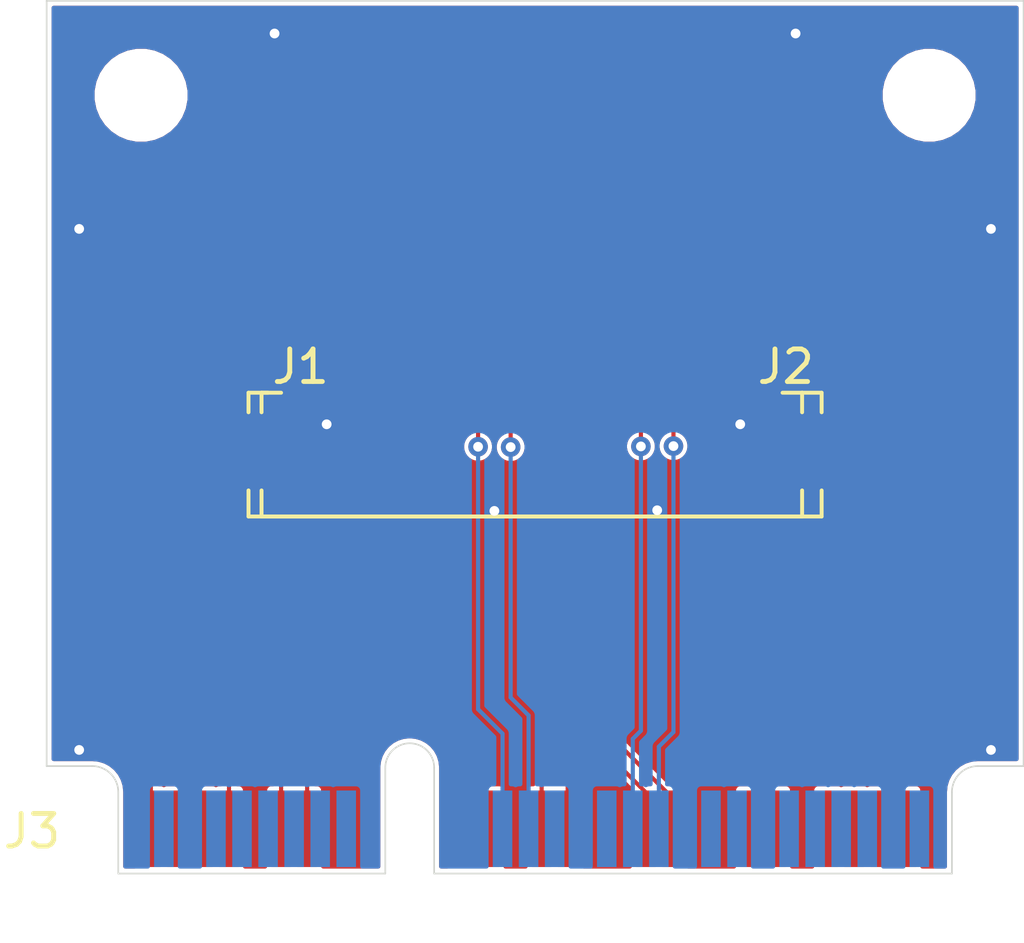
<source format=kicad_pcb>
(kicad_pcb (version 20171130) (host pcbnew 5.1.4)

  (general
    (thickness 1)
    (drawings 0)
    (tracks 77)
    (zones 0)
    (modules 3)
    (nets 41)
  )

  (page A4)
  (layers
    (0 F.Cu signal)
    (31 B.Cu signal)
    (32 B.Adhes user)
    (33 F.Adhes user)
    (34 B.Paste user)
    (35 F.Paste user)
    (36 B.SilkS user)
    (37 F.SilkS user)
    (38 B.Mask user)
    (39 F.Mask user)
    (40 Dwgs.User user)
    (41 Cmts.User user)
    (42 Eco1.User user)
    (43 Eco2.User user)
    (44 Edge.Cuts user)
    (45 Margin user)
    (46 B.CrtYd user)
    (47 F.CrtYd user)
    (48 B.Fab user)
    (49 F.Fab user)
  )

  (setup
    (last_trace_width 0.127)
    (user_trace_width 0.127)
    (user_trace_width 0.25)
    (user_trace_width 0.5)
    (trace_clearance 0.127)
    (zone_clearance 0.127)
    (zone_45_only no)
    (trace_min 0.127)
    (via_size 0.6)
    (via_drill 0.3)
    (via_min_size 0.6)
    (via_min_drill 0.3)
    (user_via 0.6 0.3)
    (uvia_size 0.6)
    (uvia_drill 0.3)
    (uvias_allowed no)
    (uvia_min_size 0.6)
    (uvia_min_drill 0.3)
    (edge_width 0.05)
    (segment_width 0.2)
    (pcb_text_width 0.3)
    (pcb_text_size 1.5 1.5)
    (mod_edge_width 0.12)
    (mod_text_size 1 1)
    (mod_text_width 0.15)
    (pad_size 1.524 1.524)
    (pad_drill 0.762)
    (pad_to_mask_clearance 0.051)
    (solder_mask_min_width 0.25)
    (aux_axis_origin 0 0)
    (visible_elements FFFFFF7F)
    (pcbplotparams
      (layerselection 0x010fc_ffffffff)
      (usegerberextensions false)
      (usegerberattributes false)
      (usegerberadvancedattributes false)
      (creategerberjobfile false)
      (excludeedgelayer true)
      (linewidth 0.100000)
      (plotframeref false)
      (viasonmask false)
      (mode 1)
      (useauxorigin false)
      (hpglpennumber 1)
      (hpglpenspeed 20)
      (hpglpendiameter 15.000000)
      (psnegative false)
      (psa4output false)
      (plotreference true)
      (plotvalue true)
      (plotinvisibletext false)
      (padsonsilk false)
      (subtractmaskfromsilk false)
      (outputformat 1)
      (mirror false)
      (drillshape 1)
      (scaleselection 1)
      (outputdirectory ""))
  )

  (net 0 "")
  (net 1 GND)
  (net 2 "Net-(J3-Pad2)")
  (net 3 "Net-(J3-Pad6)")
  (net 4 "Net-(J3-Pad8)")
  (net 5 "Net-(J3-Pad10)")
  (net 6 "Net-(J3-Pad12)")
  (net 7 "Net-(J3-Pad14)")
  (net 8 "Net-(J3-Pad16)")
  (net 9 "Net-(J3-Pad52)")
  (net 10 "Net-(J3-Pad48)")
  (net 11 "Net-(J3-Pad46)")
  (net 12 "Net-(J3-Pad42)")
  (net 13 "Net-(J3-Pad38)")
  (net 14 "Net-(J3-Pad36)")
  (net 15 "Net-(J3-Pad28)")
  (net 16 "Net-(J3-Pad24)")
  (net 17 "Net-(J3-Pad17)")
  (net 18 "Net-(J3-Pad3)")
  (net 19 "Net-(J3-Pad5)")
  (net 20 "Net-(J3-Pad51)")
  (net 21 "Net-(J3-Pad49)")
  (net 22 "Net-(J3-Pad47)")
  (net 23 "Net-(J3-Pad45)")
  (net 24 "Net-(J3-Pad41)")
  (net 25 "Net-(J3-Pad39)")
  (net 26 "Net-(J3-Pad19)")
  (net 27 /~LED_WLAN)
  (net 28 /SMB_DATA)
  (net 29 /SMB_CLK)
  (net 30 /~PERST)
  (net 31 /~W_DISABLE)
  (net 32 /~CLKREQ)
  (net 33 /REF_CLK-)
  (net 34 /REF_CLK+)
  (net 35 /PET0+)
  (net 36 /PET0-)
  (net 37 /PER0+)
  (net 38 /PER0-)
  (net 39 /~WAKE)
  (net 40 /LED_WLAN)

  (net_class Default "Dies ist die voreingestellte Netzklasse."
    (clearance 0.127)
    (trace_width 0.25)
    (via_dia 0.6)
    (via_drill 0.3)
    (uvia_dia 0.6)
    (uvia_drill 0.3)
    (diff_pair_width 0.127)
    (diff_pair_gap 0.33)
    (add_net /LED_WLAN)
    (add_net /PER0+)
    (add_net /PER0-)
    (add_net /PET0+)
    (add_net /PET0-)
    (add_net /REF_CLK+)
    (add_net /REF_CLK-)
    (add_net /SMB_CLK)
    (add_net /SMB_DATA)
    (add_net /~CLKREQ)
    (add_net /~LED_WLAN)
    (add_net /~PERST)
    (add_net /~WAKE)
    (add_net /~W_DISABLE)
    (add_net GND)
    (add_net "Net-(J3-Pad10)")
    (add_net "Net-(J3-Pad12)")
    (add_net "Net-(J3-Pad14)")
    (add_net "Net-(J3-Pad16)")
    (add_net "Net-(J3-Pad17)")
    (add_net "Net-(J3-Pad19)")
    (add_net "Net-(J3-Pad2)")
    (add_net "Net-(J3-Pad24)")
    (add_net "Net-(J3-Pad28)")
    (add_net "Net-(J3-Pad3)")
    (add_net "Net-(J3-Pad36)")
    (add_net "Net-(J3-Pad38)")
    (add_net "Net-(J3-Pad39)")
    (add_net "Net-(J3-Pad41)")
    (add_net "Net-(J3-Pad42)")
    (add_net "Net-(J3-Pad45)")
    (add_net "Net-(J3-Pad46)")
    (add_net "Net-(J3-Pad47)")
    (add_net "Net-(J3-Pad48)")
    (add_net "Net-(J3-Pad49)")
    (add_net "Net-(J3-Pad5)")
    (add_net "Net-(J3-Pad51)")
    (add_net "Net-(J3-Pad52)")
    (add_net "Net-(J3-Pad6)")
    (add_net "Net-(J3-Pad8)")
  )

  (module mpcie:mini-PCIe_H1_Half (layer F.Cu) (tedit 5A401278) (tstamp 5D916EF3)
    (at 31.151 46.796001)
    (path /5D90B965)
    (fp_text reference J3 (at -11.6 -1.3) (layer F.SilkS)
      (effects (font (size 1 1) (thickness 0.15)))
    )
    (fp_text value miniPCIe (at 3.9 1.3) (layer F.Fab)
      (effects (font (size 1 1) (thickness 0.15)))
    )
    (fp_line (start -5.35 -22.7) (end -7.05 -21) (layer F.CrtYd) (width 0.05))
    (fp_line (start 13.05 -22.7) (end 14.75 -21) (layer F.CrtYd) (width 0.05))
    (fp_line (start 0.75 -3.3) (end 0.75 -4.2) (layer F.CrtYd) (width 0.05))
    (fp_line (start 18.85 -21) (end 18.85 -26.8) (layer F.CrtYd) (width 0.05))
    (fp_line (start 13.05 -26.8) (end 18.85 -26.8) (layer F.CrtYd) (width 0.05))
    (fp_line (start 13.05 -22.7) (end 13.05 -26.8) (layer F.CrtYd) (width 0.05))
    (fp_line (start 14.75 -21) (end 18.85 -21) (layer F.CrtYd) (width 0.05))
    (fp_line (start -11.15 -21) (end -7.05 -21) (layer F.CrtYd) (width 0.05))
    (fp_line (start -11.15 -21) (end -11.15 -26.8) (layer F.CrtYd) (width 0.05))
    (fp_line (start -11.15 -26.8) (end -5.35 -26.8) (layer F.CrtYd) (width 0.05))
    (fp_line (start -5.35 -22.7) (end -5.35 -26.8) (layer F.CrtYd) (width 0.05))
    (fp_line (start 18.85 -21) (end 18.85 -26.8) (layer B.CrtYd) (width 0.05))
    (fp_line (start 13.05 -22.7) (end 13.05 -26.8) (layer B.CrtYd) (width 0.05))
    (fp_line (start 14.75 -21) (end 18.85 -21) (layer B.CrtYd) (width 0.05))
    (fp_line (start 13.05 -26.8) (end 18.85 -26.8) (layer B.CrtYd) (width 0.05))
    (fp_line (start -5.35 -22.7) (end -5.35 -26.8) (layer B.CrtYd) (width 0.05))
    (fp_line (start -11.15 -21) (end -11.15 -26.8) (layer B.CrtYd) (width 0.05))
    (fp_line (start -11.15 -21) (end -7.05 -21) (layer B.CrtYd) (width 0.05))
    (fp_line (start -0.75 0) (end -0.75 -3.25) (layer Edge.Cuts) (width 0.05))
    (fp_line (start 0.75 0) (end 16.65 0) (layer Edge.Cuts) (width 0.05))
    (fp_line (start -11.15 -3.3) (end -11.15 -26.8) (layer Edge.Cuts) (width 0.05))
    (fp_line (start 18.85 -3.3) (end 18.85 -26.8) (layer Edge.Cuts) (width 0.05))
    (fp_line (start -11.15 -26.8) (end 18.85 -26.8) (layer Edge.Cuts) (width 0.05))
    (fp_line (start -0.75 0) (end -8.95 0) (layer Edge.Cuts) (width 0.05))
    (fp_arc (start 17.45 -2.5) (end 16.65 -2.5) (angle 90) (layer Edge.Cuts) (width 0.05))
    (fp_line (start 17.45 -3.3) (end 18.85 -3.3) (layer Edge.Cuts) (width 0.05))
    (fp_line (start 16.65 0) (end 16.65 -2.5) (layer Edge.Cuts) (width 0.05))
    (fp_arc (start -9.75 -2.5) (end -8.95 -2.5) (angle -90) (layer Edge.Cuts) (width 0.05))
    (fp_line (start -11.15 -3.3) (end -9.75 -3.3) (layer Edge.Cuts) (width 0.05))
    (fp_line (start -8.95 0) (end -8.95 -2.5) (layer Edge.Cuts) (width 0.05))
    (fp_line (start 0.75 0) (end 0.75 -3.25) (layer Edge.Cuts) (width 0.05))
    (fp_arc (start 0 -3.25) (end 0.75 -3.25) (angle -180) (layer Edge.Cuts) (width 0.05))
    (fp_line (start -11.15 -26.8) (end -5.35 -26.8) (layer B.CrtYd) (width 0.05))
    (fp_line (start -11.15 -3.3) (end -0.75 -3.3) (layer F.CrtYd) (width 0.05))
    (fp_line (start 0.75 -3.3) (end 18.85 -3.3) (layer F.CrtYd) (width 0.05))
    (fp_line (start -0.75 -3.3) (end -0.75 -4.2) (layer F.CrtYd) (width 0.05))
    (fp_line (start -0.75 -4.2) (end 0.75 -4.2) (layer F.CrtYd) (width 0.05))
    (fp_line (start -11.15 -5.1) (end 18.85 -5.1) (layer B.CrtYd) (width 0.05))
    (fp_line (start 13.05 -22.7) (end 14.75 -21) (layer B.CrtYd) (width 0.05))
    (fp_line (start -5.35 -22.7) (end -7.05 -21) (layer B.CrtYd) (width 0.05))
    (pad 2 smd rect (at -7.55 -1.375) (size 0.6 2.35) (layers B.Cu B.Mask)
      (net 2 "Net-(J3-Pad2)"))
    (pad 4 smd rect (at -6.75 -1.375) (size 0.6 2.35) (layers B.Cu B.Mask)
      (net 1 GND))
    (pad 6 smd rect (at -5.95 -1.375) (size 0.6 2.35) (layers B.Cu B.Mask)
      (net 3 "Net-(J3-Pad6)"))
    (pad 8 smd rect (at -5.15 -1.375) (size 0.6 2.35) (layers B.Cu B.Mask)
      (net 4 "Net-(J3-Pad8)"))
    (pad 10 smd rect (at -4.35 -1.375) (size 0.6 2.35) (layers B.Cu B.Mask)
      (net 5 "Net-(J3-Pad10)"))
    (pad 12 smd rect (at -3.55 -1.375) (size 0.6 2.35) (layers B.Cu B.Mask)
      (net 6 "Net-(J3-Pad12)"))
    (pad 14 smd rect (at -2.75 -1.375) (size 0.6 2.35) (layers B.Cu B.Mask)
      (net 7 "Net-(J3-Pad14)"))
    (pad 16 smd rect (at -1.95 -1.375) (size 0.6 2.35) (layers B.Cu B.Mask)
      (net 8 "Net-(J3-Pad16)"))
    (pad 52 smd rect (at 15.65 -1.375) (size 0.6 2.35) (layers B.Cu B.Mask)
      (net 9 "Net-(J3-Pad52)"))
    (pad 50 smd rect (at 14.85 -1.375) (size 0.6 2.35) (layers B.Cu B.Mask)
      (net 1 GND))
    (pad 48 smd rect (at 14.05 -1.375) (size 0.6 2.35) (layers B.Cu B.Mask)
      (net 10 "Net-(J3-Pad48)"))
    (pad 46 smd rect (at 13.25 -1.375) (size 0.6 2.35) (layers B.Cu B.Mask)
      (net 11 "Net-(J3-Pad46)"))
    (pad 44 smd rect (at 12.45 -1.375) (size 0.6 2.35) (layers B.Cu B.Mask)
      (net 27 /~LED_WLAN))
    (pad 42 smd rect (at 11.65 -1.375) (size 0.6 2.35) (layers B.Cu B.Mask)
      (net 12 "Net-(J3-Pad42)"))
    (pad 40 smd rect (at 10.85 -1.375) (size 0.6 2.35) (layers B.Cu B.Mask)
      (net 1 GND))
    (pad 38 smd rect (at 10.05 -1.375) (size 0.6 2.35) (layers B.Cu B.Mask)
      (net 13 "Net-(J3-Pad38)"))
    (pad 36 smd rect (at 9.25 -1.375) (size 0.6 2.35) (layers B.Cu B.Mask)
      (net 14 "Net-(J3-Pad36)"))
    (pad 34 smd rect (at 8.45 -1.375) (size 0.6 2.35) (layers B.Cu B.Mask)
      (net 1 GND))
    (pad 32 smd rect (at 7.65 -1.375) (size 0.6 2.35) (layers B.Cu B.Mask)
      (net 28 /SMB_DATA))
    (pad 30 smd rect (at 6.85 -1.375) (size 0.6 2.35) (layers B.Cu B.Mask)
      (net 29 /SMB_CLK))
    (pad 28 smd rect (at 6.05 -1.375) (size 0.6 2.35) (layers B.Cu B.Mask)
      (net 15 "Net-(J3-Pad28)"))
    (pad 26 smd rect (at 5.25 -1.375) (size 0.6 2.35) (layers B.Cu B.Mask)
      (net 1 GND))
    (pad 24 smd rect (at 4.45 -1.375) (size 0.6 2.35) (layers B.Cu B.Mask)
      (net 16 "Net-(J3-Pad24)"))
    (pad 22 smd rect (at 3.65 -1.375) (size 0.6 2.35) (layers B.Cu B.Mask)
      (net 30 /~PERST))
    (pad 20 smd rect (at 2.85 -1.375) (size 0.6 2.35) (layers B.Cu B.Mask)
      (net 31 /~W_DISABLE))
    (pad 18 smd rect (at 2.05 -1.375) (size 0.6 2.35) (layers B.Cu B.Mask)
      (net 1 GND))
    (pad 17 smd rect (at 1.65 -1.375) (size 0.6 2.35) (layers F.Cu F.Mask)
      (net 17 "Net-(J3-Pad17)"))
    (pad 1 smd rect (at -7.95 -1.375) (size 0.6 2.35) (layers F.Cu F.Mask)
      (net 39 /~WAKE))
    (pad 3 smd rect (at -7.15 -1.375) (size 0.6 2.35) (layers F.Cu F.Mask)
      (net 18 "Net-(J3-Pad3)"))
    (pad 5 smd rect (at -6.35 -1.375) (size 0.6 2.35) (layers F.Cu F.Mask)
      (net 19 "Net-(J3-Pad5)"))
    (pad 7 smd rect (at -5.55 -1.375) (size 0.6 2.35) (layers F.Cu F.Mask)
      (net 32 /~CLKREQ))
    (pad 9 smd rect (at -4.75 -1.375) (size 0.6 2.35) (layers F.Cu F.Mask)
      (net 1 GND))
    (pad 11 smd rect (at -3.95 -1.375) (size 0.6 2.35) (layers F.Cu F.Mask)
      (net 33 /REF_CLK-))
    (pad 13 smd rect (at -3.15 -1.375) (size 0.6 2.35) (layers F.Cu F.Mask)
      (net 34 /REF_CLK+))
    (pad 51 smd rect (at 15.25 -1.375) (size 0.6 2.35) (layers F.Cu F.Mask)
      (net 20 "Net-(J3-Pad51)"))
    (pad 49 smd rect (at 14.45 -1.375) (size 0.6 2.35) (layers F.Cu F.Mask)
      (net 21 "Net-(J3-Pad49)"))
    (pad 47 smd rect (at 13.65 -1.375) (size 0.6 2.35) (layers F.Cu F.Mask)
      (net 22 "Net-(J3-Pad47)"))
    (pad 45 smd rect (at 12.85 -1.375) (size 0.6 2.35) (layers F.Cu F.Mask)
      (net 23 "Net-(J3-Pad45)"))
    (pad 43 smd rect (at 12.05 -1.375) (size 0.6 2.35) (layers F.Cu F.Mask)
      (net 1 GND))
    (pad 41 smd rect (at 11.25 -1.375) (size 0.6 2.35) (layers F.Cu F.Mask)
      (net 24 "Net-(J3-Pad41)"))
    (pad 39 smd rect (at 10.45 -1.375) (size 0.6 2.35) (layers F.Cu F.Mask)
      (net 25 "Net-(J3-Pad39)"))
    (pad 37 smd rect (at 9.65 -1.375) (size 0.6 2.35) (layers F.Cu F.Mask)
      (net 1 GND))
    (pad 35 smd rect (at 8.85 -1.375) (size 0.6 2.35) (layers F.Cu F.Mask)
      (net 1 GND))
    (pad 33 smd rect (at 8.05 -1.375) (size 0.6 2.35) (layers F.Cu F.Mask)
      (net 35 /PET0+))
    (pad 31 smd rect (at 7.25 -1.375) (size 0.6 2.35) (layers F.Cu F.Mask)
      (net 36 /PET0-))
    (pad 29 smd rect (at 6.45 -1.375) (size 0.6 2.35) (layers F.Cu F.Mask)
      (net 1 GND))
    (pad 27 smd rect (at 5.65 -1.375) (size 0.6 2.35) (layers F.Cu F.Mask)
      (net 1 GND))
    (pad 25 smd rect (at 4.85 -1.375) (size 0.6 2.35) (layers F.Cu F.Mask)
      (net 37 /PER0+))
    (pad 23 smd rect (at 4.05 -1.375) (size 0.6 2.35) (layers F.Cu F.Mask)
      (net 38 /PER0-))
    (pad 21 smd rect (at 3.25 -1.375) (size 0.6 2.35) (layers F.Cu F.Mask)
      (net 1 GND))
    (pad 19 smd rect (at 2.45 -1.375) (size 0.6 2.35) (layers F.Cu F.Mask)
      (net 26 "Net-(J3-Pad19)"))
    (pad 15 smd rect (at -2.35 -1.375) (size 0.6 2.35) (layers F.Cu F.Mask)
      (net 1 GND))
    (pad "" np_thru_hole circle (at 15.95 -23.9) (size 2.6 2.6) (drill 2.6) (layers *.Cu))
    (pad "" np_thru_hole circle (at -8.25 -23.9) (size 2.6 2.6) (drill 2.6) (layers *.Cu))
  )

  (module molex-easy-on-545xxx:Molex-Easy-On-54548-2471-P0.5 (layer F.Cu) (tedit 5D90E165) (tstamp 5D916E91)
    (at 35 32.231)
    (path /5D912329)
    (fp_text reference J2 (at 7.7 -1) (layer F.SilkS)
      (effects (font (size 1 1) (thickness 0.15)))
    )
    (fp_text value Conn_01x24_MountingPin (at 0 4.6) (layer F.Fab)
      (effects (font (size 1 1) (thickness 0.15)))
    )
    (fp_line (start 8.8 -0.2) (end 8.2 -0.2) (layer F.SilkS) (width 0.12))
    (fp_line (start 8.8 0.4) (end 8.8 -0.2) (layer F.SilkS) (width 0.12))
    (fp_line (start -8.8 -0.2) (end -8.2 -0.2) (layer F.SilkS) (width 0.12))
    (fp_line (start -8.8 0.4) (end -8.8 -0.2) (layer F.SilkS) (width 0.12))
    (fp_line (start 8.8 3.6) (end 8.8 2.8) (layer F.SilkS) (width 0.12))
    (fp_line (start -8.8 3.6) (end 8.8 3.6) (layer F.SilkS) (width 0.12))
    (fp_line (start -8.8 2.8) (end -8.8 3.6) (layer F.SilkS) (width 0.12))
    (fp_line (start -8.8 3.6) (end -8.8 -0.2) (layer F.CrtYd) (width 0.05))
    (fp_line (start 8.8 3.6) (end -8.8 3.6) (layer F.CrtYd) (width 0.05))
    (fp_line (start 8.8 -0.2) (end 8.8 3.6) (layer F.CrtYd) (width 0.05))
    (fp_line (start -8.8 -0.2) (end 8.8 -0.2) (layer F.CrtYd) (width 0.05))
    (fp_line (start -8 1) (end -8.2 1) (layer F.Fab) (width 0.05))
    (fp_line (start -8.2 2.8) (end -8 2.8) (layer F.Fab) (width 0.05))
    (fp_line (start -8.6 0.2) (end -6.4 0.2) (layer F.Fab) (width 0.05))
    (fp_line (start -8.6 1) (end -8.6 0.2) (layer F.Fab) (width 0.05))
    (fp_line (start -8.2 1) (end -8.6 1) (layer F.Fab) (width 0.05))
    (fp_line (start -8 2.8) (end -8 1) (layer F.Fab) (width 0.05))
    (fp_line (start -8.6 2.8) (end -8.2 2.8) (layer F.Fab) (width 0.05))
    (fp_line (start -8.6 3.4) (end -8.6 2.8) (layer F.Fab) (width 0.05))
    (fp_line (start 8.6 3.4) (end -8.6 3.4) (layer F.Fab) (width 0.05))
    (fp_line (start 8.6 2.8) (end 8.6 3.4) (layer F.Fab) (width 0.05))
    (fp_line (start 8 2.8) (end 8.6 2.8) (layer F.Fab) (width 0.05))
    (fp_line (start 8 1) (end 8 2.8) (layer F.Fab) (width 0.05))
    (fp_line (start 8.6 1) (end 8 1) (layer F.Fab) (width 0.05))
    (fp_line (start 8.6 0.2) (end 8.6 1) (layer F.Fab) (width 0.05))
    (fp_line (start 6.2 0.2) (end 8.6 0.2) (layer F.Fab) (width 0.05))
    (fp_line (start 6.2 0.8) (end 6.2 0.2) (layer F.Fab) (width 0.05))
    (fp_line (start -6.4 0.8) (end 6.2 0.8) (layer F.Fab) (width 0.05))
    (fp_line (start -6.4 0.2) (end -6.4 0.8) (layer F.Fab) (width 0.05))
    (pad MP smd rect (at 8.025 1.9) (size 1.65 1.3) (layers F.Cu F.Paste F.Mask)
      (net 1 GND))
    (pad MP smd rect (at -8.025 1.9) (size 1.65 1.3) (layers F.Cu F.Paste F.Mask)
      (net 1 GND))
    (pad 24 smd rect (at 5.75 0) (size 0.3 1) (layers F.Cu F.Paste F.Mask)
      (net 1 GND))
    (pad 23 smd rect (at 5.25 0) (size 0.3 1) (layers F.Cu F.Paste F.Mask)
      (net 40 /LED_WLAN))
    (pad 22 smd rect (at 4.75 0) (size 0.3 1) (layers F.Cu F.Paste F.Mask)
      (net 1 GND))
    (pad 21 smd rect (at 4.25 0) (size 0.3 1) (layers F.Cu F.Paste F.Mask)
      (net 28 /SMB_DATA))
    (pad 20 smd rect (at 3.75 0) (size 0.3 1) (layers F.Cu F.Paste F.Mask)
      (net 1 GND))
    (pad 19 smd rect (at 3.25 0) (size 0.3 1) (layers F.Cu F.Paste F.Mask)
      (net 29 /SMB_CLK))
    (pad 18 smd rect (at 2.75 0) (size 0.3 1) (layers F.Cu F.Paste F.Mask)
      (net 1 GND))
    (pad 17 smd rect (at 2.25 0) (size 0.3 1) (layers F.Cu F.Paste F.Mask)
      (net 35 /PET0+))
    (pad 16 smd rect (at 1.75 0) (size 0.3 1) (layers F.Cu F.Paste F.Mask)
      (net 36 /PET0-))
    (pad 15 smd rect (at 1.25 0) (size 0.3 1) (layers F.Cu F.Paste F.Mask)
      (net 1 GND))
    (pad 14 smd rect (at 0.75 0) (size 0.3 1) (layers F.Cu F.Paste F.Mask)
      (net 37 /PER0+))
    (pad 13 smd rect (at 0.25 0) (size 0.3 1) (layers F.Cu F.Paste F.Mask)
      (net 38 /PER0-))
    (pad 12 smd rect (at -0.25 0) (size 0.3 1) (layers F.Cu F.Paste F.Mask)
      (net 1 GND))
    (pad 11 smd rect (at -0.75 0) (size 0.3 1) (layers F.Cu F.Paste F.Mask)
      (net 30 /~PERST))
    (pad 10 smd rect (at -1.25 0) (size 0.3 1) (layers F.Cu F.Paste F.Mask)
      (net 1 GND))
    (pad 9 smd rect (at -1.75 0) (size 0.3 1) (layers F.Cu F.Paste F.Mask)
      (net 31 /~W_DISABLE))
    (pad 8 smd rect (at -2.25 0) (size 0.3 1) (layers F.Cu F.Paste F.Mask)
      (net 1 GND))
    (pad 7 smd rect (at -2.75 0) (size 0.3 1) (layers F.Cu F.Paste F.Mask)
      (net 34 /REF_CLK+))
    (pad 6 smd rect (at -3.25 0) (size 0.3 1) (layers F.Cu F.Paste F.Mask)
      (net 33 /REF_CLK-))
    (pad 5 smd rect (at -3.75 0) (size 0.3 1) (layers F.Cu F.Paste F.Mask)
      (net 1 GND))
    (pad 4 smd rect (at -4.25 0) (size 0.3 1) (layers F.Cu F.Paste F.Mask)
      (net 32 /~CLKREQ))
    (pad 3 smd rect (at -4.75 0) (size 0.3 1) (layers F.Cu F.Paste F.Mask)
      (net 1 GND))
    (pad 2 smd rect (at -5.25 0) (size 0.3 1) (layers F.Cu F.Paste F.Mask)
      (net 39 /~WAKE))
    (pad 1 smd rect (at -5.75 0) (size 0.3 1) (layers F.Cu F.Paste F.Mask)
      (net 1 GND))
  )

  (module molex-easy-on-545xxx:Molex-Easy-On-54548-2271-P0.5 (layer F.Cu) (tedit 5D90D204) (tstamp 5D916E56)
    (at 35 32.231)
    (path /5D90FADC)
    (fp_text reference J1 (at -7.2 -1) (layer F.SilkS)
      (effects (font (size 1 1) (thickness 0.15)))
    )
    (fp_text value Conn_01x22_MountingPin (at 0 4.6) (layer F.Fab)
      (effects (font (size 1 1) (thickness 0.15)))
    )
    (fp_line (start -8.4 -0.2) (end -8.4 0.4) (layer F.SilkS) (width 0.12))
    (fp_line (start -7.8 -0.2) (end -8.4 -0.2) (layer F.SilkS) (width 0.12))
    (fp_line (start 8.2 -0.2) (end 7.6 -0.2) (layer F.SilkS) (width 0.12))
    (fp_line (start 8.2 0.4) (end 8.2 -0.2) (layer F.SilkS) (width 0.12))
    (fp_line (start 8.2 3.6) (end 8.2 2.8) (layer F.SilkS) (width 0.12))
    (fp_line (start -8.4 3.6) (end 8.2 3.6) (layer F.SilkS) (width 0.12))
    (fp_line (start -8.4 2.8) (end -8.4 3.6) (layer F.SilkS) (width 0.12))
    (fp_line (start -8.4 3.6) (end -8.4 -0.2) (layer F.CrtYd) (width 0.05))
    (fp_line (start 8.2 3.6) (end -8.4 3.6) (layer F.CrtYd) (width 0.05))
    (fp_line (start 8.2 -0.2) (end 8.2 3.6) (layer F.CrtYd) (width 0.05))
    (fp_line (start -8.4 -0.2) (end 8.2 -0.2) (layer F.CrtYd) (width 0.05))
    (fp_line (start -8.2 0.2) (end -6 0.2) (layer Dwgs.User) (width 0.05))
    (fp_line (start -8.2 1) (end -8.2 0.2) (layer Dwgs.User) (width 0.05))
    (fp_line (start -7.8 1) (end -8.2 1) (layer Dwgs.User) (width 0.05))
    (fp_line (start -7.8 2.8) (end -7.8 1) (layer Dwgs.User) (width 0.05))
    (fp_line (start -8.2 2.8) (end -7.8 2.8) (layer Dwgs.User) (width 0.05))
    (fp_line (start -8.2 3.4) (end -8.2 2.8) (layer Dwgs.User) (width 0.05))
    (fp_line (start 8 3.4) (end -8.2 3.4) (layer Dwgs.User) (width 0.05))
    (fp_line (start 8 2.8) (end 8 3.4) (layer Dwgs.User) (width 0.05))
    (fp_line (start 7.6 2.8) (end 8 2.8) (layer Dwgs.User) (width 0.05))
    (fp_line (start 7.6 1) (end 7.6 2.8) (layer Dwgs.User) (width 0.05))
    (fp_line (start 8 1) (end 7.6 1) (layer Dwgs.User) (width 0.05))
    (fp_line (start 8 0.2) (end 8 1) (layer Dwgs.User) (width 0.05))
    (fp_line (start 6 0.2) (end 8 0.2) (layer Dwgs.User) (width 0.05))
    (fp_line (start 6 0.8) (end 6 0.2) (layer Dwgs.User) (width 0.05))
    (fp_line (start -6 0.8) (end 6 0.8) (layer Dwgs.User) (width 0.05))
    (fp_line (start -6 0.2) (end -6 0.8) (layer Dwgs.User) (width 0.05))
    (pad MP smd rect (at 7.525 1.9) (size 1.65 1.3) (layers F.Cu F.Paste F.Mask)
      (net 1 GND))
    (pad MP smd rect (at -7.525 1.9) (size 1.65 1.3) (layers F.Cu F.Paste F.Mask)
      (net 1 GND))
    (pad 22 smd rect (at 5.25 0) (size 0.3 1) (layers F.Cu F.Paste F.Mask)
      (net 40 /LED_WLAN))
    (pad 21 smd rect (at 4.75 0) (size 0.3 1) (layers F.Cu F.Paste F.Mask)
      (net 1 GND))
    (pad 20 smd rect (at 4.25 0) (size 0.3 1) (layers F.Cu F.Paste F.Mask)
      (net 28 /SMB_DATA))
    (pad 19 smd rect (at 3.75 0) (size 0.3 1) (layers F.Cu F.Paste F.Mask)
      (net 1 GND))
    (pad 18 smd rect (at 3.25 0) (size 0.3 1) (layers F.Cu F.Paste F.Mask)
      (net 29 /SMB_CLK))
    (pad 17 smd rect (at 2.75 0) (size 0.3 1) (layers F.Cu F.Paste F.Mask)
      (net 1 GND))
    (pad 16 smd rect (at 2.25 0) (size 0.3 1) (layers F.Cu F.Paste F.Mask)
      (net 35 /PET0+))
    (pad 15 smd rect (at 1.75 0) (size 0.3 1) (layers F.Cu F.Paste F.Mask)
      (net 36 /PET0-))
    (pad 14 smd rect (at 1.25 0) (size 0.3 1) (layers F.Cu F.Paste F.Mask)
      (net 1 GND))
    (pad 13 smd rect (at 0.75 0) (size 0.3 1) (layers F.Cu F.Paste F.Mask)
      (net 37 /PER0+))
    (pad 12 smd rect (at 0.25 0) (size 0.3 1) (layers F.Cu F.Paste F.Mask)
      (net 38 /PER0-))
    (pad 11 smd rect (at -0.25 0) (size 0.3 1) (layers F.Cu F.Paste F.Mask)
      (net 1 GND))
    (pad 10 smd rect (at -0.75 0) (size 0.3 1) (layers F.Cu F.Paste F.Mask)
      (net 30 /~PERST))
    (pad 9 smd rect (at -1.25 0) (size 0.3 1) (layers F.Cu F.Paste F.Mask)
      (net 1 GND))
    (pad 8 smd rect (at -1.75 0) (size 0.3 1) (layers F.Cu F.Paste F.Mask)
      (net 31 /~W_DISABLE))
    (pad 7 smd rect (at -2.25 0) (size 0.3 1) (layers F.Cu F.Paste F.Mask)
      (net 1 GND))
    (pad 6 smd rect (at -2.75 0) (size 0.3 1) (layers F.Cu F.Paste F.Mask)
      (net 34 /REF_CLK+))
    (pad 5 smd rect (at -3.25 0) (size 0.3 1) (layers F.Cu F.Paste F.Mask)
      (net 33 /REF_CLK-))
    (pad 4 smd rect (at -3.75 0) (size 0.3 1) (layers F.Cu F.Paste F.Mask)
      (net 1 GND))
    (pad 3 smd rect (at -4.25 0) (size 0.3 1) (layers F.Cu F.Paste F.Mask)
      (net 32 /~CLKREQ))
    (pad 2 smd rect (at -4.75 0) (size 0.3 1) (layers F.Cu F.Paste F.Mask)
      (net 1 GND))
    (pad 1 smd rect (at -5.25 0) (size 0.3 1) (layers F.Cu F.Paste F.Mask)
      (net 39 /~WAKE))
  )

  (via (at 49 43) (size 0.6) (drill 0.3) (layers F.Cu B.Cu) (net 1))
  (via (at 21 43) (size 0.6) (drill 0.3) (layers F.Cu B.Cu) (net 1))
  (via (at 21 27) (size 0.6) (drill 0.3) (layers F.Cu B.Cu) (net 1))
  (via (at 27 21) (size 0.6) (drill 0.3) (layers F.Cu B.Cu) (net 1))
  (via (at 43 21) (size 0.6) (drill 0.3) (layers F.Cu B.Cu) (net 1))
  (via (at 49 27) (size 0.6) (drill 0.3) (layers F.Cu B.Cu) (net 1))
  (via (at 33.75 35.66) (size 0.6) (drill 0.3) (layers F.Cu B.Cu) (net 1))
  (via (at 38.75 35.64) (size 0.6) (drill 0.3) (layers F.Cu B.Cu) (net 1))
  (via (at 28.6 33) (size 0.6) (drill 0.3) (layers F.Cu B.Cu) (net 1))
  (via (at 41.3 33) (size 0.6) (drill 0.3) (layers F.Cu B.Cu) (net 1))
  (segment (start 38.801 45.421001) (end 38.801 42.899) (width 0.127) (layer B.Cu) (net 28))
  (via (at 39.25 33.67) (size 0.6) (drill 0.3) (layers F.Cu B.Cu) (net 28))
  (segment (start 38.801 42.899) (end 39.25 42.45) (width 0.127) (layer B.Cu) (net 28))
  (segment (start 39.25 42.45) (end 39.25 33.67) (width 0.127) (layer B.Cu) (net 28))
  (segment (start 39.25 33.67) (end 39.25 32.231) (width 0.127) (layer F.Cu) (net 28))
  (segment (start 38.001 45.421001) (end 38.001 42.659) (width 0.127) (layer B.Cu) (net 29))
  (via (at 38.25 33.68) (size 0.6) (drill 0.3) (layers F.Cu B.Cu) (net 29))
  (segment (start 38.001 42.659) (end 38.25 42.41) (width 0.127) (layer B.Cu) (net 29))
  (segment (start 38.25 42.41) (end 38.25 33.68) (width 0.127) (layer B.Cu) (net 29))
  (segment (start 38.25 33.68) (end 38.25 32.231) (width 0.127) (layer F.Cu) (net 29))
  (via (at 34.25 33.7) (size 0.6) (drill 0.3) (layers F.Cu B.Cu) (net 30))
  (segment (start 34.25 33.7) (end 34.25 32.231) (width 0.127) (layer F.Cu) (net 30))
  (segment (start 34.801 41.941) (end 34.801 45.421001) (width 0.127) (layer B.Cu) (net 30))
  (segment (start 34.25 33.7) (end 34.25 41.39) (width 0.127) (layer B.Cu) (net 30))
  (segment (start 34.25 41.39) (end 34.801 41.941) (width 0.127) (layer B.Cu) (net 30))
  (segment (start 34.001 45.421001) (end 34.001 42.501) (width 0.127) (layer B.Cu) (net 31))
  (segment (start 34.001 42.501) (end 33.25 41.75) (width 0.127) (layer B.Cu) (net 31))
  (via (at 33.25 33.69) (size 0.6) (drill 0.3) (layers F.Cu B.Cu) (net 31))
  (segment (start 33.25 41.75) (end 33.25 33.69) (width 0.127) (layer B.Cu) (net 31))
  (segment (start 33.25 33.265736) (end 33.25 32.231) (width 0.127) (layer F.Cu) (net 31))
  (segment (start 33.25 33.69) (end 33.25 33.265736) (width 0.127) (layer F.Cu) (net 31))
  (segment (start 25.601 45.421001) (end 25.601 39.599) (width 0.127) (layer F.Cu) (net 32))
  (segment (start 30.75 34.45) (end 30.75 32.231) (width 0.127) (layer F.Cu) (net 32))
  (segment (start 25.601 39.599) (end 30.75 34.45) (width 0.127) (layer F.Cu) (net 32))
  (segment (start 27.3725 43.487) (end 27.3725 40.734352) (width 0.127) (layer F.Cu) (net 33))
  (segment (start 27.201 45.421001) (end 27.201 43.6585) (width 0.127) (layer F.Cu) (net 33))
  (segment (start 27.201 43.6585) (end 27.3725 43.487) (width 0.127) (layer F.Cu) (net 33))
  (segment (start 31.75 32.981001) (end 31.75 32.231) (width 0.127) (layer F.Cu) (net 33))
  (segment (start 31.7715 33.002501) (end 31.75 32.981001) (width 0.127) (layer F.Cu) (net 33))
  (segment (start 31.7715 36.335352) (end 31.7715 33.002501) (width 0.127) (layer F.Cu) (net 33))
  (segment (start 27.3725 40.734352) (end 31.7715 36.335352) (width 0.127) (layer F.Cu) (net 33))
  (segment (start 28.001 45.421001) (end 28.001 43.6585) (width 0.127) (layer F.Cu) (net 34))
  (segment (start 27.8295 43.487) (end 27.8295 40.923648) (width 0.127) (layer F.Cu) (net 34))
  (segment (start 28.001 43.6585) (end 27.8295 43.487) (width 0.127) (layer F.Cu) (net 34))
  (segment (start 32.2285 36.524648) (end 32.2285 33.002501) (width 0.127) (layer F.Cu) (net 34))
  (segment (start 27.8295 40.923648) (end 32.2285 36.524648) (width 0.127) (layer F.Cu) (net 34))
  (segment (start 32.2285 33.002501) (end 32.25 32.981001) (width 0.127) (layer F.Cu) (net 34))
  (segment (start 32.25 32.981001) (end 32.25 32.231) (width 0.127) (layer F.Cu) (net 34))
  (segment (start 39.201 45.421001) (end 39.0295 45.249501) (width 0.127) (layer F.Cu) (net 35))
  (segment (start 39.0295 45.249501) (end 39.0295 44.286352) (width 0.127) (layer F.Cu) (net 35))
  (segment (start 37.2285 42.485352) (end 37.2285 33.002501) (width 0.127) (layer F.Cu) (net 35))
  (segment (start 39.0295 44.286352) (end 37.2285 42.485352) (width 0.127) (layer F.Cu) (net 35))
  (segment (start 37.2285 33.002501) (end 37.25 32.981001) (width 0.127) (layer F.Cu) (net 35))
  (segment (start 37.25 32.981001) (end 37.25 32.231) (width 0.127) (layer F.Cu) (net 35))
  (segment (start 38.5725 45.249501) (end 38.5725 44.475648) (width 0.127) (layer F.Cu) (net 36))
  (segment (start 38.401 45.421001) (end 38.5725 45.249501) (width 0.127) (layer F.Cu) (net 36))
  (segment (start 36.75 32.981001) (end 36.75 32.231) (width 0.127) (layer F.Cu) (net 36))
  (segment (start 36.7715 33.002501) (end 36.75 32.981001) (width 0.127) (layer F.Cu) (net 36))
  (segment (start 36.7715 42.674648) (end 36.7715 33.002501) (width 0.127) (layer F.Cu) (net 36))
  (segment (start 38.5725 44.475648) (end 36.7715 42.674648) (width 0.127) (layer F.Cu) (net 36))
  (segment (start 35.75 32.231) (end 35.75 32.981001) (width 0.127) (layer F.Cu) (net 37))
  (segment (start 35.75 32.981001) (end 35.7285 33.002501) (width 0.127) (layer F.Cu) (net 37))
  (segment (start 36.001 45.421001) (end 36.001 43.6585) (width 0.127) (layer F.Cu) (net 37))
  (segment (start 35.8295 43.487) (end 35.8295 37.686352) (width 0.127) (layer F.Cu) (net 37))
  (segment (start 36.001 43.6585) (end 35.8295 43.487) (width 0.127) (layer F.Cu) (net 37))
  (segment (start 35.8295 37.686352) (end 35.7285 37.585352) (width 0.127) (layer F.Cu) (net 37))
  (segment (start 35.7285 37.585352) (end 35.7285 33.002501) (width 0.127) (layer F.Cu) (net 37))
  (segment (start 35.25 32.231) (end 35.25 32.981001) (width 0.127) (layer F.Cu) (net 38))
  (segment (start 35.25 32.981001) (end 35.2715 33.002501) (width 0.127) (layer F.Cu) (net 38))
  (segment (start 35.201 43.6585) (end 35.3725 43.487) (width 0.127) (layer F.Cu) (net 38))
  (segment (start 35.3725 43.487) (end 35.3725 37.875648) (width 0.127) (layer F.Cu) (net 38))
  (segment (start 35.201 45.421001) (end 35.201 43.6585) (width 0.127) (layer F.Cu) (net 38))
  (segment (start 35.2715 37.774648) (end 35.2715 33.002501) (width 0.127) (layer F.Cu) (net 38))
  (segment (start 35.3725 37.875648) (end 35.2715 37.774648) (width 0.127) (layer F.Cu) (net 38))
  (segment (start 29.75 32.231) (end 29.75 34.14) (width 0.127) (layer F.Cu) (net 39))
  (segment (start 23.201 40.689) (end 23.201 45.421001) (width 0.127) (layer F.Cu) (net 39))
  (segment (start 29.75 34.14) (end 23.201 40.689) (width 0.127) (layer F.Cu) (net 39))

  (zone (net 1) (net_name GND) (layer B.Cu) (tstamp 0) (hatch edge 0.508)
    (connect_pads yes (clearance 0.127))
    (min_thickness 0.127)
    (fill yes (arc_segments 32) (thermal_gap 0.508) (thermal_bridge_width 0.508))
    (polygon
      (pts
        (xy 20 20) (xy 50 20) (xy 50 47) (xy 20 47)
      )
    )
    (filled_polygon
      (pts
        (xy 49.7855 43.280501) (xy 48.590421 43.280501) (xy 48.58087 43.281442) (xy 48.575882 43.281407) (xy 48.572888 43.281701)
        (xy 48.417611 43.298022) (xy 48.398476 43.30195) (xy 48.379294 43.305609) (xy 48.376413 43.306478) (xy 48.227264 43.352647)
        (xy 48.209249 43.36022) (xy 48.191147 43.367533) (xy 48.188495 43.368943) (xy 48.188491 43.368945) (xy 48.18849 43.368946)
        (xy 48.051148 43.443207) (xy 48.03493 43.454146) (xy 48.018613 43.464824) (xy 48.016281 43.466725) (xy 47.895978 43.566248)
        (xy 47.882205 43.580117) (xy 47.86826 43.593774) (xy 47.866342 43.596092) (xy 47.767662 43.717086) (xy 47.756847 43.733364)
        (xy 47.745819 43.74947) (xy 47.744392 43.752109) (xy 47.744387 43.752117) (xy 47.744384 43.752125) (xy 47.671088 43.889974)
        (xy 47.663649 43.908022) (xy 47.65595 43.925984) (xy 47.655064 43.928849) (xy 47.65506 43.928859) (xy 47.655058 43.928869)
        (xy 47.609934 44.078328) (xy 47.606145 44.097462) (xy 47.602079 44.116592) (xy 47.601766 44.119576) (xy 47.601764 44.119586)
        (xy 47.601764 44.119595) (xy 47.586529 44.274972) (xy 47.586529 44.274985) (xy 47.585501 44.285422) (xy 47.5855 46.580501)
        (xy 47.292421 46.580501) (xy 47.292421 44.246001) (xy 47.288743 44.208657) (xy 47.27785 44.172747) (xy 47.260161 44.139653)
        (xy 47.236355 44.110646) (xy 47.207348 44.08684) (xy 47.174254 44.069151) (xy 47.138344 44.058258) (xy 47.101 44.05458)
        (xy 46.501 44.05458) (xy 46.463656 44.058258) (xy 46.427746 44.069151) (xy 46.394652 44.08684) (xy 46.365645 44.110646)
        (xy 46.341839 44.139653) (xy 46.32415 44.172747) (xy 46.313257 44.208657) (xy 46.309579 44.246001) (xy 46.309579 46.580501)
        (xy 45.692421 46.580501) (xy 45.692421 44.246001) (xy 45.688743 44.208657) (xy 45.67785 44.172747) (xy 45.660161 44.139653)
        (xy 45.636355 44.110646) (xy 45.607348 44.08684) (xy 45.574254 44.069151) (xy 45.538344 44.058258) (xy 45.501 44.05458)
        (xy 44.901 44.05458) (xy 44.863656 44.058258) (xy 44.827746 44.069151) (xy 44.801 44.083447) (xy 44.774254 44.069151)
        (xy 44.738344 44.058258) (xy 44.701 44.05458) (xy 44.101 44.05458) (xy 44.063656 44.058258) (xy 44.027746 44.069151)
        (xy 44.001 44.083447) (xy 43.974254 44.069151) (xy 43.938344 44.058258) (xy 43.901 44.05458) (xy 43.301 44.05458)
        (xy 43.263656 44.058258) (xy 43.227746 44.069151) (xy 43.201 44.083447) (xy 43.174254 44.069151) (xy 43.138344 44.058258)
        (xy 43.101 44.05458) (xy 42.501 44.05458) (xy 42.463656 44.058258) (xy 42.427746 44.069151) (xy 42.394652 44.08684)
        (xy 42.365645 44.110646) (xy 42.341839 44.139653) (xy 42.32415 44.172747) (xy 42.313257 44.208657) (xy 42.309579 44.246001)
        (xy 42.309579 46.580501) (xy 41.692421 46.580501) (xy 41.692421 44.246001) (xy 41.688743 44.208657) (xy 41.67785 44.172747)
        (xy 41.660161 44.139653) (xy 41.636355 44.110646) (xy 41.607348 44.08684) (xy 41.574254 44.069151) (xy 41.538344 44.058258)
        (xy 41.501 44.05458) (xy 40.901 44.05458) (xy 40.863656 44.058258) (xy 40.827746 44.069151) (xy 40.801 44.083447)
        (xy 40.774254 44.069151) (xy 40.738344 44.058258) (xy 40.701 44.05458) (xy 40.101 44.05458) (xy 40.063656 44.058258)
        (xy 40.027746 44.069151) (xy 39.994652 44.08684) (xy 39.965645 44.110646) (xy 39.941839 44.139653) (xy 39.92415 44.172747)
        (xy 39.913257 44.208657) (xy 39.909579 44.246001) (xy 39.909579 46.580501) (xy 39.292421 46.580501) (xy 39.292421 44.246001)
        (xy 39.288743 44.208657) (xy 39.27785 44.172747) (xy 39.260161 44.139653) (xy 39.236355 44.110646) (xy 39.207348 44.08684)
        (xy 39.174254 44.069151) (xy 39.138344 44.058258) (xy 39.101 44.05458) (xy 39.055 44.05458) (xy 39.055 43.00421)
        (xy 39.420797 42.638414) (xy 39.430473 42.630473) (xy 39.438414 42.620797) (xy 39.438422 42.620789) (xy 39.462214 42.591797)
        (xy 39.4858 42.547672) (xy 39.495042 42.517204) (xy 39.500324 42.499793) (xy 39.504 42.462469) (xy 39.504 42.462458)
        (xy 39.505227 42.45) (xy 39.504 42.437542) (xy 39.504 34.090202) (xy 39.562675 34.050996) (xy 39.630996 33.982675)
        (xy 39.684675 33.902339) (xy 39.72165 33.813073) (xy 39.7405 33.71831) (xy 39.7405 33.62169) (xy 39.72165 33.526927)
        (xy 39.684675 33.437661) (xy 39.630996 33.357325) (xy 39.562675 33.289004) (xy 39.482339 33.235325) (xy 39.393073 33.19835)
        (xy 39.29831 33.1795) (xy 39.20169 33.1795) (xy 39.106927 33.19835) (xy 39.017661 33.235325) (xy 38.937325 33.289004)
        (xy 38.869004 33.357325) (xy 38.815325 33.437661) (xy 38.77835 33.526927) (xy 38.7595 33.62169) (xy 38.7595 33.71831)
        (xy 38.77835 33.813073) (xy 38.815325 33.902339) (xy 38.869004 33.982675) (xy 38.937325 34.050996) (xy 38.996001 34.090202)
        (xy 38.996 42.344789) (xy 38.630204 42.710586) (xy 38.620528 42.718527) (xy 38.612587 42.728203) (xy 38.612578 42.728212)
        (xy 38.588786 42.757204) (xy 38.5652 42.801329) (xy 38.55579 42.832351) (xy 38.550677 42.849207) (xy 38.548274 42.873607)
        (xy 38.545773 42.899) (xy 38.547001 42.911468) (xy 38.547001 44.05458) (xy 38.501 44.05458) (xy 38.463656 44.058258)
        (xy 38.427746 44.069151) (xy 38.401 44.083447) (xy 38.374254 44.069151) (xy 38.338344 44.058258) (xy 38.301 44.05458)
        (xy 38.255 44.05458) (xy 38.255 42.76421) (xy 38.420791 42.598419) (xy 38.430473 42.590473) (xy 38.462214 42.551797)
        (xy 38.4858 42.507672) (xy 38.500324 42.459793) (xy 38.504 42.422469) (xy 38.504 42.422459) (xy 38.505227 42.410001)
        (xy 38.504 42.397543) (xy 38.504 34.100202) (xy 38.562675 34.060996) (xy 38.630996 33.992675) (xy 38.684675 33.912339)
        (xy 38.72165 33.823073) (xy 38.7405 33.72831) (xy 38.7405 33.63169) (xy 38.72165 33.536927) (xy 38.684675 33.447661)
        (xy 38.630996 33.367325) (xy 38.562675 33.299004) (xy 38.482339 33.245325) (xy 38.393073 33.20835) (xy 38.29831 33.1895)
        (xy 38.20169 33.1895) (xy 38.106927 33.20835) (xy 38.017661 33.245325) (xy 37.937325 33.299004) (xy 37.869004 33.367325)
        (xy 37.815325 33.447661) (xy 37.77835 33.536927) (xy 37.7595 33.63169) (xy 37.7595 33.72831) (xy 37.77835 33.823073)
        (xy 37.815325 33.912339) (xy 37.869004 33.992675) (xy 37.937325 34.060996) (xy 37.996001 34.100202) (xy 37.996 42.30479)
        (xy 37.830204 42.470586) (xy 37.820528 42.478527) (xy 37.812587 42.488203) (xy 37.812578 42.488212) (xy 37.788786 42.517204)
        (xy 37.7652 42.561329) (xy 37.750677 42.609208) (xy 37.745773 42.659) (xy 37.747001 42.671468) (xy 37.747 44.05458)
        (xy 37.701 44.05458) (xy 37.663656 44.058258) (xy 37.627746 44.069151) (xy 37.601 44.083447) (xy 37.574254 44.069151)
        (xy 37.538344 44.058258) (xy 37.501 44.05458) (xy 36.901 44.05458) (xy 36.863656 44.058258) (xy 36.827746 44.069151)
        (xy 36.794652 44.08684) (xy 36.765645 44.110646) (xy 36.741839 44.139653) (xy 36.72415 44.172747) (xy 36.713257 44.208657)
        (xy 36.709579 44.246001) (xy 36.709579 46.580501) (xy 36.092421 46.580501) (xy 36.092421 44.246001) (xy 36.088743 44.208657)
        (xy 36.07785 44.172747) (xy 36.060161 44.139653) (xy 36.036355 44.110646) (xy 36.007348 44.08684) (xy 35.974254 44.069151)
        (xy 35.938344 44.058258) (xy 35.901 44.05458) (xy 35.301 44.05458) (xy 35.263656 44.058258) (xy 35.227746 44.069151)
        (xy 35.201 44.083447) (xy 35.174254 44.069151) (xy 35.138344 44.058258) (xy 35.101 44.05458) (xy 35.055 44.05458)
        (xy 35.055 41.953458) (xy 35.056227 41.941) (xy 35.055 41.928542) (xy 35.055 41.928531) (xy 35.051324 41.891207)
        (xy 35.0368 41.843328) (xy 35.013214 41.799203) (xy 34.989422 41.770212) (xy 34.989419 41.770209) (xy 34.981473 41.760527)
        (xy 34.971791 41.752581) (xy 34.504 41.28479) (xy 34.504 34.120202) (xy 34.562675 34.080996) (xy 34.630996 34.012675)
        (xy 34.684675 33.932339) (xy 34.72165 33.843073) (xy 34.7405 33.74831) (xy 34.7405 33.65169) (xy 34.72165 33.556927)
        (xy 34.684675 33.467661) (xy 34.630996 33.387325) (xy 34.562675 33.319004) (xy 34.482339 33.265325) (xy 34.393073 33.22835)
        (xy 34.29831 33.2095) (xy 34.20169 33.2095) (xy 34.106927 33.22835) (xy 34.017661 33.265325) (xy 33.937325 33.319004)
        (xy 33.869004 33.387325) (xy 33.815325 33.467661) (xy 33.77835 33.556927) (xy 33.7595 33.65169) (xy 33.7595 33.74831)
        (xy 33.77835 33.843073) (xy 33.815325 33.932339) (xy 33.869004 34.012675) (xy 33.937325 34.080996) (xy 33.996 34.120202)
        (xy 33.996001 41.377532) (xy 33.994773 41.39) (xy 33.999677 41.439792) (xy 34.0142 41.487671) (xy 34.037786 41.531796)
        (xy 34.061578 41.560788) (xy 34.061587 41.560797) (xy 34.069528 41.570473) (xy 34.079204 41.578414) (xy 34.547 42.04621)
        (xy 34.547001 44.05458) (xy 34.501 44.05458) (xy 34.463656 44.058258) (xy 34.427746 44.069151) (xy 34.401 44.083447)
        (xy 34.374254 44.069151) (xy 34.338344 44.058258) (xy 34.301 44.05458) (xy 34.255 44.05458) (xy 34.255 42.513457)
        (xy 34.256227 42.500999) (xy 34.255 42.488541) (xy 34.255 42.488531) (xy 34.251324 42.451207) (xy 34.2368 42.403328)
        (xy 34.235132 42.400208) (xy 34.213214 42.359202) (xy 34.189421 42.330211) (xy 34.189419 42.330209) (xy 34.181473 42.320527)
        (xy 34.171791 42.312581) (xy 33.504 41.64479) (xy 33.504 34.110202) (xy 33.562675 34.070996) (xy 33.630996 34.002675)
        (xy 33.684675 33.922339) (xy 33.72165 33.833073) (xy 33.7405 33.73831) (xy 33.7405 33.64169) (xy 33.72165 33.546927)
        (xy 33.684675 33.457661) (xy 33.630996 33.377325) (xy 33.562675 33.309004) (xy 33.482339 33.255325) (xy 33.393073 33.21835)
        (xy 33.29831 33.1995) (xy 33.20169 33.1995) (xy 33.106927 33.21835) (xy 33.017661 33.255325) (xy 32.937325 33.309004)
        (xy 32.869004 33.377325) (xy 32.815325 33.457661) (xy 32.77835 33.546927) (xy 32.7595 33.64169) (xy 32.7595 33.73831)
        (xy 32.77835 33.833073) (xy 32.815325 33.922339) (xy 32.869004 34.002675) (xy 32.937325 34.070996) (xy 32.996001 34.110202)
        (xy 32.996 41.737542) (xy 32.994773 41.75) (xy 32.996 41.762458) (xy 32.996 41.762468) (xy 32.999676 41.799792)
        (xy 33.0142 41.847671) (xy 33.037786 41.891797) (xy 33.051349 41.908323) (xy 33.061578 41.920788) (xy 33.061581 41.920791)
        (xy 33.069527 41.930473) (xy 33.079209 41.938419) (xy 33.747001 42.606211) (xy 33.747 44.05458) (xy 33.701 44.05458)
        (xy 33.663656 44.058258) (xy 33.627746 44.069151) (xy 33.594652 44.08684) (xy 33.565645 44.110646) (xy 33.541839 44.139653)
        (xy 33.52415 44.172747) (xy 33.513257 44.208657) (xy 33.509579 44.246001) (xy 33.509579 46.580501) (xy 32.1165 46.580501)
        (xy 32.1165 43.535422) (xy 32.116427 43.534676) (xy 32.116422 43.534027) (xy 32.115476 43.525023) (xy 32.115399 43.524244)
        (xy 32.115399 43.5145) (xy 32.115084 43.511508) (xy 32.098768 43.366046) (xy 32.094713 43.346966) (xy 32.090914 43.327781)
        (xy 32.090024 43.324907) (xy 32.045765 43.185384) (xy 32.038059 43.167405) (xy 32.030627 43.149374) (xy 32.029196 43.146727)
        (xy 31.958679 43.018457) (xy 31.94764 43.002335) (xy 31.936837 42.986075) (xy 31.934919 42.983757) (xy 31.934917 42.983754)
        (xy 31.934914 42.983751) (xy 31.840831 42.871626) (xy 31.826866 42.85795) (xy 31.813112 42.8441) (xy 31.810786 42.842203)
        (xy 31.810782 42.842199) (xy 31.810778 42.842196) (xy 31.696704 42.75048) (xy 31.680371 42.739792) (xy 31.66417 42.728864)
        (xy 31.661513 42.727451) (xy 31.531796 42.659636) (xy 31.513683 42.652318) (xy 31.495679 42.64475) (xy 31.492803 42.643882)
        (xy 31.492797 42.64388) (xy 31.35238 42.602554) (xy 31.333197 42.598895) (xy 31.314063 42.594967) (xy 31.311068 42.594673)
        (xy 31.165296 42.581406) (xy 31.145764 42.581542) (xy 31.126232 42.581406) (xy 31.123248 42.581699) (xy 31.123239 42.581699)
        (xy 31.123231 42.581701) (xy 30.977665 42.597001) (xy 30.95853 42.600929) (xy 30.939348 42.604588) (xy 30.936467 42.605457)
        (xy 30.796638 42.648741) (xy 30.778625 42.656313) (xy 30.760523 42.663627) (xy 30.757866 42.66504) (xy 30.629108 42.734659)
        (xy 30.612926 42.745574) (xy 30.596572 42.756275) (xy 30.594246 42.758173) (xy 30.59424 42.758177) (xy 30.594235 42.758182)
        (xy 30.481457 42.851479) (xy 30.467687 42.865345) (xy 30.453739 42.879004) (xy 30.451821 42.881323) (xy 30.359309 42.994755)
        (xy 30.348508 43.011012) (xy 30.337465 43.027138) (xy 30.336034 43.029785) (xy 30.267315 43.159026) (xy 30.259871 43.177086)
        (xy 30.252177 43.195038) (xy 30.251288 43.197909) (xy 30.251288 43.197911) (xy 30.251287 43.197913) (xy 30.208981 43.33804)
        (xy 30.20519 43.357188) (xy 30.201127 43.376302) (xy 30.200814 43.379289) (xy 30.200812 43.379297) (xy 30.200812 43.379305)
        (xy 30.186529 43.524971) (xy 30.186529 43.524985) (xy 30.185501 43.535422) (xy 30.1855 46.580501) (xy 29.692421 46.580501)
        (xy 29.692421 44.246001) (xy 29.688743 44.208657) (xy 29.67785 44.172747) (xy 29.660161 44.139653) (xy 29.636355 44.110646)
        (xy 29.607348 44.08684) (xy 29.574254 44.069151) (xy 29.538344 44.058258) (xy 29.501 44.05458) (xy 28.901 44.05458)
        (xy 28.863656 44.058258) (xy 28.827746 44.069151) (xy 28.801 44.083447) (xy 28.774254 44.069151) (xy 28.738344 44.058258)
        (xy 28.701 44.05458) (xy 28.101 44.05458) (xy 28.063656 44.058258) (xy 28.027746 44.069151) (xy 28.001 44.083447)
        (xy 27.974254 44.069151) (xy 27.938344 44.058258) (xy 27.901 44.05458) (xy 27.301 44.05458) (xy 27.263656 44.058258)
        (xy 27.227746 44.069151) (xy 27.201 44.083447) (xy 27.174254 44.069151) (xy 27.138344 44.058258) (xy 27.101 44.05458)
        (xy 26.501 44.05458) (xy 26.463656 44.058258) (xy 26.427746 44.069151) (xy 26.401 44.083447) (xy 26.374254 44.069151)
        (xy 26.338344 44.058258) (xy 26.301 44.05458) (xy 25.701 44.05458) (xy 25.663656 44.058258) (xy 25.627746 44.069151)
        (xy 25.601 44.083447) (xy 25.574254 44.069151) (xy 25.538344 44.058258) (xy 25.501 44.05458) (xy 24.901 44.05458)
        (xy 24.863656 44.058258) (xy 24.827746 44.069151) (xy 24.794652 44.08684) (xy 24.765645 44.110646) (xy 24.741839 44.139653)
        (xy 24.72415 44.172747) (xy 24.713257 44.208657) (xy 24.709579 44.246001) (xy 24.709579 46.580501) (xy 24.092421 46.580501)
        (xy 24.092421 44.246001) (xy 24.088743 44.208657) (xy 24.07785 44.172747) (xy 24.060161 44.139653) (xy 24.036355 44.110646)
        (xy 24.007348 44.08684) (xy 23.974254 44.069151) (xy 23.938344 44.058258) (xy 23.901 44.05458) (xy 23.301 44.05458)
        (xy 23.263656 44.058258) (xy 23.227746 44.069151) (xy 23.194652 44.08684) (xy 23.165645 44.110646) (xy 23.141839 44.139653)
        (xy 23.12415 44.172747) (xy 23.113257 44.208657) (xy 23.109579 44.246001) (xy 23.109579 46.580501) (xy 22.4165 46.580501)
        (xy 22.4165 44.285422) (xy 22.415559 44.275871) (xy 22.415594 44.270883) (xy 22.4153 44.267889) (xy 22.398979 44.112612)
        (xy 22.395051 44.093477) (xy 22.391392 44.074295) (xy 22.390523 44.071414) (xy 22.344354 43.922265) (xy 22.336781 43.90425)
        (xy 22.329468 43.886148) (xy 22.328055 43.883491) (xy 22.253794 43.746149) (xy 22.242855 43.729931) (xy 22.232177 43.713614)
        (xy 22.230276 43.711282) (xy 22.130753 43.590979) (xy 22.116884 43.577206) (xy 22.103227 43.563261) (xy 22.100909 43.561343)
        (xy 21.979915 43.462663) (xy 21.963637 43.451848) (xy 21.947531 43.44082) (xy 21.944892 43.439393) (xy 21.944884 43.439388)
        (xy 21.944876 43.439385) (xy 21.807027 43.366089) (xy 21.788979 43.35865) (xy 21.771017 43.350951) (xy 21.768152 43.350065)
        (xy 21.768142 43.350061) (xy 21.768132 43.350059) (xy 21.618673 43.304935) (xy 21.599539 43.301146) (xy 21.580409 43.29708)
        (xy 21.577425 43.296767) (xy 21.577415 43.296765) (xy 21.577406 43.296765) (xy 21.422029 43.28153) (xy 21.422026 43.28153)
        (xy 21.411579 43.280501) (xy 20.2165 43.280501) (xy 20.2165 22.7492) (xy 21.4105 22.7492) (xy 21.4105 23.042802)
        (xy 21.467779 23.330764) (xy 21.580136 23.602018) (xy 21.743253 23.846139) (xy 21.950862 24.053748) (xy 22.194983 24.216865)
        (xy 22.466237 24.329222) (xy 22.754199 24.386501) (xy 23.047801 24.386501) (xy 23.335763 24.329222) (xy 23.607017 24.216865)
        (xy 23.851138 24.053748) (xy 24.058747 23.846139) (xy 24.221864 23.602018) (xy 24.334221 23.330764) (xy 24.3915 23.042802)
        (xy 24.3915 22.7492) (xy 45.6105 22.7492) (xy 45.6105 23.042802) (xy 45.667779 23.330764) (xy 45.780136 23.602018)
        (xy 45.943253 23.846139) (xy 46.150862 24.053748) (xy 46.394983 24.216865) (xy 46.666237 24.329222) (xy 46.954199 24.386501)
        (xy 47.247801 24.386501) (xy 47.535763 24.329222) (xy 47.807017 24.216865) (xy 48.051138 24.053748) (xy 48.258747 23.846139)
        (xy 48.421864 23.602018) (xy 48.534221 23.330764) (xy 48.5915 23.042802) (xy 48.5915 22.7492) (xy 48.534221 22.461238)
        (xy 48.421864 22.189984) (xy 48.258747 21.945863) (xy 48.051138 21.738254) (xy 47.807017 21.575137) (xy 47.535763 21.46278)
        (xy 47.247801 21.405501) (xy 46.954199 21.405501) (xy 46.666237 21.46278) (xy 46.394983 21.575137) (xy 46.150862 21.738254)
        (xy 45.943253 21.945863) (xy 45.780136 22.189984) (xy 45.667779 22.461238) (xy 45.6105 22.7492) (xy 24.3915 22.7492)
        (xy 24.334221 22.461238) (xy 24.221864 22.189984) (xy 24.058747 21.945863) (xy 23.851138 21.738254) (xy 23.607017 21.575137)
        (xy 23.335763 21.46278) (xy 23.047801 21.405501) (xy 22.754199 21.405501) (xy 22.466237 21.46278) (xy 22.194983 21.575137)
        (xy 21.950862 21.738254) (xy 21.743253 21.945863) (xy 21.580136 22.189984) (xy 21.467779 22.461238) (xy 21.4105 22.7492)
        (xy 20.2165 22.7492) (xy 20.2165 20.211501) (xy 49.785501 20.211501)
      )
    )
  )
  (zone (net 1) (net_name GND) (layer F.Cu) (tstamp 5D919922) (hatch edge 0.508)
    (connect_pads yes (clearance 0.127))
    (min_thickness 0.127)
    (fill yes (arc_segments 32) (thermal_gap 0.508) (thermal_bridge_width 0.508))
    (polygon
      (pts
        (xy 20 20) (xy 50 20) (xy 50 47) (xy 20 47)
      )
    )
    (filled_polygon
      (pts
        (xy 49.7855 43.280501) (xy 48.590421 43.280501) (xy 48.58087 43.281442) (xy 48.575882 43.281407) (xy 48.572888 43.281701)
        (xy 48.417611 43.298022) (xy 48.398476 43.30195) (xy 48.379294 43.305609) (xy 48.376413 43.306478) (xy 48.227264 43.352647)
        (xy 48.209249 43.36022) (xy 48.191147 43.367533) (xy 48.188495 43.368943) (xy 48.188491 43.368945) (xy 48.18849 43.368946)
        (xy 48.051148 43.443207) (xy 48.03493 43.454146) (xy 48.018613 43.464824) (xy 48.016281 43.466725) (xy 47.895978 43.566248)
        (xy 47.882205 43.580117) (xy 47.86826 43.593774) (xy 47.866342 43.596092) (xy 47.767662 43.717086) (xy 47.756847 43.733364)
        (xy 47.745819 43.74947) (xy 47.744392 43.752109) (xy 47.744387 43.752117) (xy 47.744384 43.752125) (xy 47.671088 43.889974)
        (xy 47.663649 43.908022) (xy 47.65595 43.925984) (xy 47.655064 43.928849) (xy 47.65506 43.928859) (xy 47.655058 43.928869)
        (xy 47.609934 44.078328) (xy 47.606145 44.097462) (xy 47.602079 44.116592) (xy 47.601766 44.119576) (xy 47.601764 44.119586)
        (xy 47.601764 44.119595) (xy 47.586529 44.274972) (xy 47.586529 44.274985) (xy 47.585501 44.285422) (xy 47.5855 46.580501)
        (xy 46.892421 46.580501) (xy 46.892421 44.246001) (xy 46.888743 44.208657) (xy 46.87785 44.172747) (xy 46.860161 44.139653)
        (xy 46.836355 44.110646) (xy 46.807348 44.08684) (xy 46.774254 44.069151) (xy 46.738344 44.058258) (xy 46.701 44.05458)
        (xy 46.101 44.05458) (xy 46.063656 44.058258) (xy 46.027746 44.069151) (xy 46.001 44.083447) (xy 45.974254 44.069151)
        (xy 45.938344 44.058258) (xy 45.901 44.05458) (xy 45.301 44.05458) (xy 45.263656 44.058258) (xy 45.227746 44.069151)
        (xy 45.201 44.083447) (xy 45.174254 44.069151) (xy 45.138344 44.058258) (xy 45.101 44.05458) (xy 44.501 44.05458)
        (xy 44.463656 44.058258) (xy 44.427746 44.069151) (xy 44.401 44.083447) (xy 44.374254 44.069151) (xy 44.338344 44.058258)
        (xy 44.301 44.05458) (xy 43.701 44.05458) (xy 43.663656 44.058258) (xy 43.627746 44.069151) (xy 43.594652 44.08684)
        (xy 43.565645 44.110646) (xy 43.541839 44.139653) (xy 43.52415 44.172747) (xy 43.513257 44.208657) (xy 43.509579 44.246001)
        (xy 43.509579 46.580501) (xy 42.892421 46.580501) (xy 42.892421 44.246001) (xy 42.888743 44.208657) (xy 42.87785 44.172747)
        (xy 42.860161 44.139653) (xy 42.836355 44.110646) (xy 42.807348 44.08684) (xy 42.774254 44.069151) (xy 42.738344 44.058258)
        (xy 42.701 44.05458) (xy 42.101 44.05458) (xy 42.063656 44.058258) (xy 42.027746 44.069151) (xy 42.001 44.083447)
        (xy 41.974254 44.069151) (xy 41.938344 44.058258) (xy 41.901 44.05458) (xy 41.301 44.05458) (xy 41.263656 44.058258)
        (xy 41.227746 44.069151) (xy 41.194652 44.08684) (xy 41.165645 44.110646) (xy 41.141839 44.139653) (xy 41.12415 44.172747)
        (xy 41.113257 44.208657) (xy 41.109579 44.246001) (xy 41.109579 46.580501) (xy 39.692421 46.580501) (xy 39.692421 44.246001)
        (xy 39.688743 44.208657) (xy 39.67785 44.172747) (xy 39.660161 44.139653) (xy 39.636355 44.110646) (xy 39.607348 44.08684)
        (xy 39.574254 44.069151) (xy 39.538344 44.058258) (xy 39.501 44.05458) (xy 39.156938 44.05458) (xy 37.4825 42.380142)
        (xy 37.4825 33.63169) (xy 37.7595 33.63169) (xy 37.7595 33.72831) (xy 37.77835 33.823073) (xy 37.815325 33.912339)
        (xy 37.869004 33.992675) (xy 37.937325 34.060996) (xy 38.017661 34.114675) (xy 38.106927 34.15165) (xy 38.20169 34.1705)
        (xy 38.29831 34.1705) (xy 38.393073 34.15165) (xy 38.482339 34.114675) (xy 38.562675 34.060996) (xy 38.630996 33.992675)
        (xy 38.684675 33.912339) (xy 38.72165 33.823073) (xy 38.7405 33.72831) (xy 38.7405 33.63169) (xy 38.738511 33.62169)
        (xy 38.7595 33.62169) (xy 38.7595 33.71831) (xy 38.77835 33.813073) (xy 38.815325 33.902339) (xy 38.869004 33.982675)
        (xy 38.937325 34.050996) (xy 39.017661 34.104675) (xy 39.106927 34.14165) (xy 39.20169 34.1605) (xy 39.29831 34.1605)
        (xy 39.393073 34.14165) (xy 39.482339 34.104675) (xy 39.562675 34.050996) (xy 39.630996 33.982675) (xy 39.684675 33.902339)
        (xy 39.72165 33.813073) (xy 39.7405 33.71831) (xy 39.7405 33.62169) (xy 39.72165 33.526927) (xy 39.684675 33.437661)
        (xy 39.630996 33.357325) (xy 39.562675 33.289004) (xy 39.504 33.249798) (xy 39.504 32.891416) (xy 39.506348 32.890161)
        (xy 39.535355 32.866355) (xy 39.559161 32.837348) (xy 39.57685 32.804254) (xy 39.587743 32.768344) (xy 39.591421 32.731)
        (xy 39.591421 31.731) (xy 39.908579 31.731) (xy 39.908579 32.731) (xy 39.912257 32.768344) (xy 39.92315 32.804254)
        (xy 39.940839 32.837348) (xy 39.964645 32.866355) (xy 39.993652 32.890161) (xy 40.026746 32.90785) (xy 40.062656 32.918743)
        (xy 40.1 32.922421) (xy 40.4 32.922421) (xy 40.437344 32.918743) (xy 40.473254 32.90785) (xy 40.506348 32.890161)
        (xy 40.535355 32.866355) (xy 40.559161 32.837348) (xy 40.57685 32.804254) (xy 40.587743 32.768344) (xy 40.591421 32.731)
        (xy 40.591421 31.731) (xy 40.587743 31.693656) (xy 40.57685 31.657746) (xy 40.559161 31.624652) (xy 40.535355 31.595645)
        (xy 40.506348 31.571839) (xy 40.473254 31.55415) (xy 40.437344 31.543257) (xy 40.4 31.539579) (xy 40.1 31.539579)
        (xy 40.062656 31.543257) (xy 40.026746 31.55415) (xy 39.993652 31.571839) (xy 39.964645 31.595645) (xy 39.940839 31.624652)
        (xy 39.92315 31.657746) (xy 39.912257 31.693656) (xy 39.908579 31.731) (xy 39.591421 31.731) (xy 39.587743 31.693656)
        (xy 39.57685 31.657746) (xy 39.559161 31.624652) (xy 39.535355 31.595645) (xy 39.506348 31.571839) (xy 39.473254 31.55415)
        (xy 39.437344 31.543257) (xy 39.4 31.539579) (xy 39.1 31.539579) (xy 39.062656 31.543257) (xy 39.026746 31.55415)
        (xy 38.993652 31.571839) (xy 38.964645 31.595645) (xy 38.940839 31.624652) (xy 38.92315 31.657746) (xy 38.912257 31.693656)
        (xy 38.908579 31.731) (xy 38.908579 32.731) (xy 38.912257 32.768344) (xy 38.92315 32.804254) (xy 38.940839 32.837348)
        (xy 38.964645 32.866355) (xy 38.993652 32.890161) (xy 38.996001 32.891416) (xy 38.996 33.249798) (xy 38.937325 33.289004)
        (xy 38.869004 33.357325) (xy 38.815325 33.437661) (xy 38.77835 33.526927) (xy 38.7595 33.62169) (xy 38.738511 33.62169)
        (xy 38.72165 33.536927) (xy 38.684675 33.447661) (xy 38.630996 33.367325) (xy 38.562675 33.299004) (xy 38.504 33.259798)
        (xy 38.504 32.891416) (xy 38.506348 32.890161) (xy 38.535355 32.866355) (xy 38.559161 32.837348) (xy 38.57685 32.804254)
        (xy 38.587743 32.768344) (xy 38.591421 32.731) (xy 38.591421 31.731) (xy 38.587743 31.693656) (xy 38.57685 31.657746)
        (xy 38.559161 31.624652) (xy 38.535355 31.595645) (xy 38.506348 31.571839) (xy 38.473254 31.55415) (xy 38.437344 31.543257)
        (xy 38.4 31.539579) (xy 38.1 31.539579) (xy 38.062656 31.543257) (xy 38.026746 31.55415) (xy 37.993652 31.571839)
        (xy 37.964645 31.595645) (xy 37.940839 31.624652) (xy 37.92315 31.657746) (xy 37.912257 31.693656) (xy 37.908579 31.731)
        (xy 37.908579 32.731) (xy 37.912257 32.768344) (xy 37.92315 32.804254) (xy 37.940839 32.837348) (xy 37.964645 32.866355)
        (xy 37.993652 32.890161) (xy 37.996001 32.891416) (xy 37.996 33.259798) (xy 37.937325 33.299004) (xy 37.869004 33.367325)
        (xy 37.815325 33.447661) (xy 37.77835 33.536927) (xy 37.7595 33.63169) (xy 37.4825 33.63169) (xy 37.4825 33.084847)
        (xy 37.4858 33.078673) (xy 37.500324 33.030794) (xy 37.504 32.99347) (xy 37.504 32.993459) (xy 37.505227 32.981001)
        (xy 37.504 32.968543) (xy 37.504 32.891416) (xy 37.506348 32.890161) (xy 37.535355 32.866355) (xy 37.559161 32.837348)
        (xy 37.57685 32.804254) (xy 37.587743 32.768344) (xy 37.591421 32.731) (xy 37.591421 31.731) (xy 37.587743 31.693656)
        (xy 37.57685 31.657746) (xy 37.559161 31.624652) (xy 37.535355 31.595645) (xy 37.506348 31.571839) (xy 37.473254 31.55415)
        (xy 37.437344 31.543257) (xy 37.4 31.539579) (xy 37.1 31.539579) (xy 37.062656 31.543257) (xy 37.026746 31.55415)
        (xy 37 31.568446) (xy 36.973254 31.55415) (xy 36.937344 31.543257) (xy 36.9 31.539579) (xy 36.6 31.539579)
        (xy 36.562656 31.543257) (xy 36.526746 31.55415) (xy 36.493652 31.571839) (xy 36.464645 31.595645) (xy 36.440839 31.624652)
        (xy 36.42315 31.657746) (xy 36.412257 31.693656) (xy 36.408579 31.731) (xy 36.408579 32.731) (xy 36.412257 32.768344)
        (xy 36.42315 32.804254) (xy 36.440839 32.837348) (xy 36.464645 32.866355) (xy 36.493652 32.890161) (xy 36.496 32.891416)
        (xy 36.496 32.968543) (xy 36.494773 32.981001) (xy 36.496 32.993459) (xy 36.496 32.993469) (xy 36.499676 33.030793)
        (xy 36.5142 33.078672) (xy 36.517501 33.084848) (xy 36.5175 42.66219) (xy 36.516273 42.674648) (xy 36.5175 42.687106)
        (xy 36.5175 42.687116) (xy 36.521176 42.72444) (xy 36.5357 42.772319) (xy 36.559286 42.816445) (xy 36.568737 42.827961)
        (xy 36.583078 42.845436) (xy 36.583081 42.845439) (xy 36.591027 42.855121) (xy 36.600709 42.863067) (xy 37.920947 44.183305)
        (xy 37.913257 44.208657) (xy 37.909579 44.246001) (xy 37.909579 46.580501) (xy 36.492421 46.580501) (xy 36.492421 44.246001)
        (xy 36.488743 44.208657) (xy 36.47785 44.172747) (xy 36.460161 44.139653) (xy 36.436355 44.110646) (xy 36.407348 44.08684)
        (xy 36.374254 44.069151) (xy 36.338344 44.058258) (xy 36.301 44.05458) (xy 36.255 44.05458) (xy 36.255 43.670958)
        (xy 36.256227 43.6585) (xy 36.255 43.646042) (xy 36.255 43.646031) (xy 36.251324 43.608707) (xy 36.2368 43.560828)
        (xy 36.227126 43.54273) (xy 36.213215 43.516703) (xy 36.189422 43.487712) (xy 36.189419 43.487709) (xy 36.181473 43.478027)
        (xy 36.171791 43.470081) (xy 36.0835 43.38179) (xy 36.0835 37.69881) (xy 36.084727 37.686352) (xy 36.0835 37.673894)
        (xy 36.0835 37.673883) (xy 36.079824 37.636559) (xy 36.0653 37.58868) (xy 36.041714 37.544555) (xy 36.009973 37.505879)
        (xy 36.000287 37.49793) (xy 35.9825 37.480143) (xy 35.9825 33.084847) (xy 35.9858 33.078673) (xy 36.000324 33.030794)
        (xy 36.004 32.99347) (xy 36.004 32.993459) (xy 36.005227 32.981001) (xy 36.004 32.968543) (xy 36.004 32.891416)
        (xy 36.006348 32.890161) (xy 36.035355 32.866355) (xy 36.059161 32.837348) (xy 36.07685 32.804254) (xy 36.087743 32.768344)
        (xy 36.091421 32.731) (xy 36.091421 31.731) (xy 36.087743 31.693656) (xy 36.07685 31.657746) (xy 36.059161 31.624652)
        (xy 36.035355 31.595645) (xy 36.006348 31.571839) (xy 35.973254 31.55415) (xy 35.937344 31.543257) (xy 35.9 31.539579)
        (xy 35.6 31.539579) (xy 35.562656 31.543257) (xy 35.526746 31.55415) (xy 35.5 31.568446) (xy 35.473254 31.55415)
        (xy 35.437344 31.543257) (xy 35.4 31.539579) (xy 35.1 31.539579) (xy 35.062656 31.543257) (xy 35.026746 31.55415)
        (xy 34.993652 31.571839) (xy 34.964645 31.595645) (xy 34.940839 31.624652) (xy 34.92315 31.657746) (xy 34.912257 31.693656)
        (xy 34.908579 31.731) (xy 34.908579 32.731) (xy 34.912257 32.768344) (xy 34.92315 32.804254) (xy 34.940839 32.837348)
        (xy 34.964645 32.866355) (xy 34.993652 32.890161) (xy 34.996001 32.891416) (xy 34.996001 32.968533) (xy 34.994773 32.981001)
        (xy 34.996001 32.993469) (xy 34.996001 32.99347) (xy 34.999593 33.029936) (xy 34.999677 33.030793) (xy 35.0142 33.078672)
        (xy 35.017501 33.084848) (xy 35.0175 37.76219) (xy 35.016273 37.774648) (xy 35.0175 37.787106) (xy 35.0175 37.787116)
        (xy 35.021176 37.82444) (xy 35.0357 37.872319) (xy 35.059286 37.916445) (xy 35.06397 37.922152) (xy 35.083078 37.945436)
        (xy 35.083081 37.945439) (xy 35.091027 37.955121) (xy 35.100709 37.963067) (xy 35.118501 37.980859) (xy 35.1185 43.38179)
        (xy 35.030204 43.470086) (xy 35.020528 43.478027) (xy 35.012587 43.487703) (xy 35.012578 43.487712) (xy 34.988786 43.516704)
        (xy 34.9652 43.560829) (xy 34.957968 43.584671) (xy 34.950677 43.608707) (xy 34.948698 43.628797) (xy 34.945773 43.6585)
        (xy 34.947001 43.670968) (xy 34.947001 44.05458) (xy 34.901 44.05458) (xy 34.863656 44.058258) (xy 34.827746 44.069151)
        (xy 34.794652 44.08684) (xy 34.765645 44.110646) (xy 34.741839 44.139653) (xy 34.72415 44.172747) (xy 34.713257 44.208657)
        (xy 34.709579 44.246001) (xy 34.709579 46.580501) (xy 34.092421 46.580501) (xy 34.092421 44.246001) (xy 34.088743 44.208657)
        (xy 34.07785 44.172747) (xy 34.060161 44.139653) (xy 34.036355 44.110646) (xy 34.007348 44.08684) (xy 33.974254 44.069151)
        (xy 33.938344 44.058258) (xy 33.901 44.05458) (xy 33.301 44.05458) (xy 33.263656 44.058258) (xy 33.227746 44.069151)
        (xy 33.201 44.083447) (xy 33.174254 44.069151) (xy 33.138344 44.058258) (xy 33.101 44.05458) (xy 32.501 44.05458)
        (xy 32.463656 44.058258) (xy 32.427746 44.069151) (xy 32.394652 44.08684) (xy 32.365645 44.110646) (xy 32.341839 44.139653)
        (xy 32.32415 44.172747) (xy 32.313257 44.208657) (xy 32.309579 44.246001) (xy 32.309579 46.580501) (xy 32.1165 46.580501)
        (xy 32.1165 43.535422) (xy 32.116427 43.534676) (xy 32.116422 43.534027) (xy 32.115476 43.525023) (xy 32.115399 43.524244)
        (xy 32.115399 43.5145) (xy 32.115084 43.511508) (xy 32.098768 43.366046) (xy 32.094713 43.346966) (xy 32.090914 43.327781)
        (xy 32.090024 43.324907) (xy 32.045765 43.185384) (xy 32.038059 43.167405) (xy 32.030627 43.149374) (xy 32.029196 43.146727)
        (xy 31.958679 43.018457) (xy 31.94764 43.002335) (xy 31.936837 42.986075) (xy 31.934919 42.983757) (xy 31.934917 42.983754)
        (xy 31.934914 42.983751) (xy 31.840831 42.871626) (xy 31.826866 42.85795) (xy 31.813112 42.8441) (xy 31.810786 42.842203)
        (xy 31.810782 42.842199) (xy 31.810778 42.842196) (xy 31.696704 42.75048) (xy 31.680371 42.739792) (xy 31.66417 42.728864)
        (xy 31.661513 42.727451) (xy 31.531796 42.659636) (xy 31.513683 42.652318) (xy 31.495679 42.64475) (xy 31.492803 42.643882)
        (xy 31.492797 42.64388) (xy 31.35238 42.602554) (xy 31.333197 42.598895) (xy 31.314063 42.594967) (xy 31.311068 42.594673)
        (xy 31.165296 42.581406) (xy 31.145764 42.581542) (xy 31.126232 42.581406) (xy 31.123248 42.581699) (xy 31.123239 42.581699)
        (xy 31.123231 42.581701) (xy 30.977665 42.597001) (xy 30.95853 42.600929) (xy 30.939348 42.604588) (xy 30.936467 42.605457)
        (xy 30.796638 42.648741) (xy 30.778625 42.656313) (xy 30.760523 42.663627) (xy 30.757866 42.66504) (xy 30.629108 42.734659)
        (xy 30.612926 42.745574) (xy 30.596572 42.756275) (xy 30.594246 42.758173) (xy 30.59424 42.758177) (xy 30.594235 42.758182)
        (xy 30.481457 42.851479) (xy 30.467687 42.865345) (xy 30.453739 42.879004) (xy 30.451821 42.881323) (xy 30.359309 42.994755)
        (xy 30.348508 43.011012) (xy 30.337465 43.027138) (xy 30.336034 43.029785) (xy 30.267315 43.159026) (xy 30.259871 43.177086)
        (xy 30.252177 43.195038) (xy 30.251288 43.197909) (xy 30.251288 43.197911) (xy 30.251287 43.197913) (xy 30.208981 43.33804)
        (xy 30.20519 43.357188) (xy 30.201127 43.376302) (xy 30.200814 43.379289) (xy 30.200812 43.379297) (xy 30.200812 43.379305)
        (xy 30.186529 43.524971) (xy 30.186529 43.524985) (xy 30.185501 43.535422) (xy 30.1855 46.580501) (xy 28.492421 46.580501)
        (xy 28.492421 44.246001) (xy 28.488743 44.208657) (xy 28.47785 44.172747) (xy 28.460161 44.139653) (xy 28.436355 44.110646)
        (xy 28.407348 44.08684) (xy 28.374254 44.069151) (xy 28.338344 44.058258) (xy 28.301 44.05458) (xy 28.255 44.05458)
        (xy 28.255 43.670958) (xy 28.256227 43.6585) (xy 28.255 43.646042) (xy 28.255 43.646031) (xy 28.251324 43.608707)
        (xy 28.2368 43.560828) (xy 28.227126 43.54273) (xy 28.213215 43.516703) (xy 28.189422 43.487712) (xy 28.189419 43.487709)
        (xy 28.181473 43.478027) (xy 28.171791 43.470081) (xy 28.0835 43.38179) (xy 28.0835 41.028858) (xy 32.399291 36.713067)
        (xy 32.408973 36.705121) (xy 32.416921 36.695437) (xy 32.440714 36.666446) (xy 32.448929 36.651075) (xy 32.4643 36.62232)
        (xy 32.478824 36.574441) (xy 32.4825 36.537117) (xy 32.4825 36.537107) (xy 32.483727 36.524649) (xy 32.4825 36.512191)
        (xy 32.4825 33.64169) (xy 32.7595 33.64169) (xy 32.7595 33.73831) (xy 32.77835 33.833073) (xy 32.815325 33.922339)
        (xy 32.869004 34.002675) (xy 32.937325 34.070996) (xy 33.017661 34.124675) (xy 33.106927 34.16165) (xy 33.20169 34.1805)
        (xy 33.29831 34.1805) (xy 33.393073 34.16165) (xy 33.482339 34.124675) (xy 33.562675 34.070996) (xy 33.630996 34.002675)
        (xy 33.684675 33.922339) (xy 33.72165 33.833073) (xy 33.7405 33.73831) (xy 33.7405 33.65169) (xy 33.7595 33.65169)
        (xy 33.7595 33.74831) (xy 33.77835 33.843073) (xy 33.815325 33.932339) (xy 33.869004 34.012675) (xy 33.937325 34.080996)
        (xy 34.017661 34.134675) (xy 34.106927 34.17165) (xy 34.20169 34.1905) (xy 34.29831 34.1905) (xy 34.393073 34.17165)
        (xy 34.482339 34.134675) (xy 34.562675 34.080996) (xy 34.630996 34.012675) (xy 34.684675 33.932339) (xy 34.72165 33.843073)
        (xy 34.7405 33.74831) (xy 34.7405 33.65169) (xy 34.72165 33.556927) (xy 34.684675 33.467661) (xy 34.630996 33.387325)
        (xy 34.562675 33.319004) (xy 34.504 33.279798) (xy 34.504 32.891416) (xy 34.506348 32.890161) (xy 34.535355 32.866355)
        (xy 34.559161 32.837348) (xy 34.57685 32.804254) (xy 34.587743 32.768344) (xy 34.591421 32.731) (xy 34.591421 31.731)
        (xy 34.587743 31.693656) (xy 34.57685 31.657746) (xy 34.559161 31.624652) (xy 34.535355 31.595645) (xy 34.506348 31.571839)
        (xy 34.473254 31.55415) (xy 34.437344 31.543257) (xy 34.4 31.539579) (xy 34.1 31.539579) (xy 34.062656 31.543257)
        (xy 34.026746 31.55415) (xy 33.993652 31.571839) (xy 33.964645 31.595645) (xy 33.940839 31.624652) (xy 33.92315 31.657746)
        (xy 33.912257 31.693656) (xy 33.908579 31.731) (xy 33.908579 32.731) (xy 33.912257 32.768344) (xy 33.92315 32.804254)
        (xy 33.940839 32.837348) (xy 33.964645 32.866355) (xy 33.993652 32.890161) (xy 33.996001 32.891416) (xy 33.996 33.279798)
        (xy 33.937325 33.319004) (xy 33.869004 33.387325) (xy 33.815325 33.467661) (xy 33.77835 33.556927) (xy 33.7595 33.65169)
        (xy 33.7405 33.65169) (xy 33.7405 33.64169) (xy 33.72165 33.546927) (xy 33.684675 33.457661) (xy 33.630996 33.377325)
        (xy 33.562675 33.309004) (xy 33.504 33.269798) (xy 33.504 32.891416) (xy 33.506348 32.890161) (xy 33.535355 32.866355)
        (xy 33.559161 32.837348) (xy 33.57685 32.804254) (xy 33.587743 32.768344) (xy 33.591421 32.731) (xy 33.591421 31.731)
        (xy 33.587743 31.693656) (xy 33.57685 31.657746) (xy 33.559161 31.624652) (xy 33.535355 31.595645) (xy 33.506348 31.571839)
        (xy 33.473254 31.55415) (xy 33.437344 31.543257) (xy 33.4 31.539579) (xy 33.1 31.539579) (xy 33.062656 31.543257)
        (xy 33.026746 31.55415) (xy 32.993652 31.571839) (xy 32.964645 31.595645) (xy 32.940839 31.624652) (xy 32.92315 31.657746)
        (xy 32.912257 31.693656) (xy 32.908579 31.731) (xy 32.908579 32.731) (xy 32.912257 32.768344) (xy 32.92315 32.804254)
        (xy 32.940839 32.837348) (xy 32.964645 32.866355) (xy 32.993652 32.890161) (xy 32.996 32.891416) (xy 32.996 33.269798)
        (xy 32.937325 33.309004) (xy 32.869004 33.377325) (xy 32.815325 33.457661) (xy 32.77835 33.546927) (xy 32.7595 33.64169)
        (xy 32.4825 33.64169) (xy 32.4825 33.084847) (xy 32.4858 33.078673) (xy 32.500324 33.030794) (xy 32.504 32.99347)
        (xy 32.504 32.993459) (xy 32.505227 32.981001) (xy 32.504 32.968543) (xy 32.504 32.891416) (xy 32.506348 32.890161)
        (xy 32.535355 32.866355) (xy 32.559161 32.837348) (xy 32.57685 32.804254) (xy 32.587743 32.768344) (xy 32.591421 32.731)
        (xy 32.591421 31.731) (xy 32.587743 31.693656) (xy 32.57685 31.657746) (xy 32.559161 31.624652) (xy 32.535355 31.595645)
        (xy 32.506348 31.571839) (xy 32.473254 31.55415) (xy 32.437344 31.543257) (xy 32.4 31.539579) (xy 32.1 31.539579)
        (xy 32.062656 31.543257) (xy 32.026746 31.55415) (xy 32 31.568446) (xy 31.973254 31.55415) (xy 31.937344 31.543257)
        (xy 31.9 31.539579) (xy 31.6 31.539579) (xy 31.562656 31.543257) (xy 31.526746 31.55415) (xy 31.493652 31.571839)
        (xy 31.464645 31.595645) (xy 31.440839 31.624652) (xy 31.42315 31.657746) (xy 31.412257 31.693656) (xy 31.408579 31.731)
        (xy 31.408579 32.731) (xy 31.412257 32.768344) (xy 31.42315 32.804254) (xy 31.440839 32.837348) (xy 31.464645 32.866355)
        (xy 31.493652 32.890161) (xy 31.496 32.891416) (xy 31.496 32.968543) (xy 31.494773 32.981001) (xy 31.496 32.993459)
        (xy 31.496 32.993469) (xy 31.499676 33.030793) (xy 31.5142 33.078672) (xy 31.517501 33.084848) (xy 31.5175 36.230142)
        (xy 27.201704 40.545938) (xy 27.192028 40.553879) (xy 27.184087 40.563555) (xy 27.184078 40.563564) (xy 27.160286 40.592556)
        (xy 27.1367 40.636681) (xy 27.122177 40.68456) (xy 27.117273 40.734352) (xy 27.118501 40.74682) (xy 27.1185 43.38179)
        (xy 27.030204 43.470086) (xy 27.020528 43.478027) (xy 27.012587 43.487703) (xy 27.012578 43.487712) (xy 26.988786 43.516704)
        (xy 26.9652 43.560829) (xy 26.957968 43.584671) (xy 26.950677 43.608707) (xy 26.948698 43.628797) (xy 26.945773 43.6585)
        (xy 26.947001 43.670968) (xy 26.947001 44.05458) (xy 26.901 44.05458) (xy 26.863656 44.058258) (xy 26.827746 44.069151)
        (xy 26.794652 44.08684) (xy 26.765645 44.110646) (xy 26.741839 44.139653) (xy 26.72415 44.172747) (xy 26.713257 44.208657)
        (xy 26.709579 44.246001) (xy 26.709579 46.580501) (xy 26.092421 46.580501) (xy 26.092421 44.246001) (xy 26.088743 44.208657)
        (xy 26.07785 44.172747) (xy 26.060161 44.139653) (xy 26.036355 44.110646) (xy 26.007348 44.08684) (xy 25.974254 44.069151)
        (xy 25.938344 44.058258) (xy 25.901 44.05458) (xy 25.855 44.05458) (xy 25.855 39.70421) (xy 30.920791 34.638419)
        (xy 30.930473 34.630473) (xy 30.938419 34.620791) (xy 30.938422 34.620788) (xy 30.962215 34.591797) (xy 30.977585 34.563042)
        (xy 30.9858 34.547672) (xy 31.000324 34.499793) (xy 31.004 34.462469) (xy 31.004 34.462458) (xy 31.005227 34.45)
        (xy 31.004 34.437542) (xy 31.004 32.891416) (xy 31.006348 32.890161) (xy 31.035355 32.866355) (xy 31.059161 32.837348)
        (xy 31.07685 32.804254) (xy 31.087743 32.768344) (xy 31.091421 32.731) (xy 31.091421 31.731) (xy 31.087743 31.693656)
        (xy 31.07685 31.657746) (xy 31.059161 31.624652) (xy 31.035355 31.595645) (xy 31.006348 31.571839) (xy 30.973254 31.55415)
        (xy 30.937344 31.543257) (xy 30.9 31.539579) (xy 30.6 31.539579) (xy 30.562656 31.543257) (xy 30.526746 31.55415)
        (xy 30.493652 31.571839) (xy 30.464645 31.595645) (xy 30.440839 31.624652) (xy 30.42315 31.657746) (xy 30.412257 31.693656)
        (xy 30.408579 31.731) (xy 30.408579 32.731) (xy 30.412257 32.768344) (xy 30.42315 32.804254) (xy 30.440839 32.837348)
        (xy 30.464645 32.866355) (xy 30.493652 32.890161) (xy 30.496001 32.891416) (xy 30.496 34.34479) (xy 25.430204 39.410586)
        (xy 25.420528 39.418527) (xy 25.412587 39.428203) (xy 25.412578 39.428212) (xy 25.388786 39.457204) (xy 25.3652 39.501329)
        (xy 25.350677 39.549208) (xy 25.345773 39.599) (xy 25.347001 39.611468) (xy 25.347 44.05458) (xy 25.301 44.05458)
        (xy 25.263656 44.058258) (xy 25.227746 44.069151) (xy 25.201 44.083447) (xy 25.174254 44.069151) (xy 25.138344 44.058258)
        (xy 25.101 44.05458) (xy 24.501 44.05458) (xy 24.463656 44.058258) (xy 24.427746 44.069151) (xy 24.401 44.083447)
        (xy 24.374254 44.069151) (xy 24.338344 44.058258) (xy 24.301 44.05458) (xy 23.701 44.05458) (xy 23.663656 44.058258)
        (xy 23.627746 44.069151) (xy 23.601 44.083447) (xy 23.574254 44.069151) (xy 23.538344 44.058258) (xy 23.501 44.05458)
        (xy 23.455 44.05458) (xy 23.455 40.79421) (xy 29.920791 34.328419) (xy 29.930473 34.320473) (xy 29.938419 34.310791)
        (xy 29.938422 34.310788) (xy 29.962215 34.281797) (xy 29.977585 34.253042) (xy 29.9858 34.237672) (xy 30.000324 34.189793)
        (xy 30.004 34.152469) (xy 30.004 34.152458) (xy 30.005227 34.14) (xy 30.004 34.127542) (xy 30.004 32.891416)
        (xy 30.006348 32.890161) (xy 30.035355 32.866355) (xy 30.059161 32.837348) (xy 30.07685 32.804254) (xy 30.087743 32.768344)
        (xy 30.091421 32.731) (xy 30.091421 31.731) (xy 30.087743 31.693656) (xy 30.07685 31.657746) (xy 30.059161 31.624652)
        (xy 30.035355 31.595645) (xy 30.006348 31.571839) (xy 29.973254 31.55415) (xy 29.937344 31.543257) (xy 29.9 31.539579)
        (xy 29.6 31.539579) (xy 29.562656 31.543257) (xy 29.526746 31.55415) (xy 29.493652 31.571839) (xy 29.464645 31.595645)
        (xy 29.440839 31.624652) (xy 29.42315 31.657746) (xy 29.412257 31.693656) (xy 29.408579 31.731) (xy 29.408579 32.731)
        (xy 29.412257 32.768344) (xy 29.42315 32.804254) (xy 29.440839 32.837348) (xy 29.464645 32.866355) (xy 29.493652 32.890161)
        (xy 29.496 32.891416) (xy 29.496001 34.034789) (xy 23.030209 40.500581) (xy 23.020527 40.508527) (xy 23.012581 40.518209)
        (xy 23.012578 40.518212) (xy 23.002349 40.530677) (xy 22.988786 40.547203) (xy 22.9652 40.591329) (xy 22.950676 40.639208)
        (xy 22.947 40.676532) (xy 22.947 40.676542) (xy 22.945773 40.689) (xy 22.947 40.701458) (xy 22.947001 44.05458)
        (xy 22.901 44.05458) (xy 22.863656 44.058258) (xy 22.827746 44.069151) (xy 22.794652 44.08684) (xy 22.765645 44.110646)
        (xy 22.741839 44.139653) (xy 22.72415 44.172747) (xy 22.713257 44.208657) (xy 22.709579 44.246001) (xy 22.709579 46.580501)
        (xy 22.4165 46.580501) (xy 22.4165 44.285422) (xy 22.415559 44.275871) (xy 22.415594 44.270883) (xy 22.4153 44.267889)
        (xy 22.398979 44.112612) (xy 22.395051 44.093477) (xy 22.391392 44.074295) (xy 22.390523 44.071414) (xy 22.344354 43.922265)
        (xy 22.336781 43.90425) (xy 22.329468 43.886148) (xy 22.328055 43.883491) (xy 22.253794 43.746149) (xy 22.242855 43.729931)
        (xy 22.232177 43.713614) (xy 22.230276 43.711282) (xy 22.130753 43.590979) (xy 22.116884 43.577206) (xy 22.103227 43.563261)
        (xy 22.100909 43.561343) (xy 21.979915 43.462663) (xy 21.963637 43.451848) (xy 21.947531 43.44082) (xy 21.944892 43.439393)
        (xy 21.944884 43.439388) (xy 21.944876 43.439385) (xy 21.807027 43.366089) (xy 21.788979 43.35865) (xy 21.771017 43.350951)
        (xy 21.768152 43.350065) (xy 21.768142 43.350061) (xy 21.768132 43.350059) (xy 21.618673 43.304935) (xy 21.599539 43.301146)
        (xy 21.580409 43.29708) (xy 21.577425 43.296767) (xy 21.577415 43.296765) (xy 21.577406 43.296765) (xy 21.422029 43.28153)
        (xy 21.422026 43.28153) (xy 21.411579 43.280501) (xy 20.2165 43.280501) (xy 20.2165 22.7492) (xy 21.4105 22.7492)
        (xy 21.4105 23.042802) (xy 21.467779 23.330764) (xy 21.580136 23.602018) (xy 21.743253 23.846139) (xy 21.950862 24.053748)
        (xy 22.194983 24.216865) (xy 22.466237 24.329222) (xy 22.754199 24.386501) (xy 23.047801 24.386501) (xy 23.335763 24.329222)
        (xy 23.607017 24.216865) (xy 23.851138 24.053748) (xy 24.058747 23.846139) (xy 24.221864 23.602018) (xy 24.334221 23.330764)
        (xy 24.3915 23.042802) (xy 24.3915 22.7492) (xy 45.6105 22.7492) (xy 45.6105 23.042802) (xy 45.667779 23.330764)
        (xy 45.780136 23.602018) (xy 45.943253 23.846139) (xy 46.150862 24.053748) (xy 46.394983 24.216865) (xy 46.666237 24.329222)
        (xy 46.954199 24.386501) (xy 47.247801 24.386501) (xy 47.535763 24.329222) (xy 47.807017 24.216865) (xy 48.051138 24.053748)
        (xy 48.258747 23.846139) (xy 48.421864 23.602018) (xy 48.534221 23.330764) (xy 48.5915 23.042802) (xy 48.5915 22.7492)
        (xy 48.534221 22.461238) (xy 48.421864 22.189984) (xy 48.258747 21.945863) (xy 48.051138 21.738254) (xy 47.807017 21.575137)
        (xy 47.535763 21.46278) (xy 47.247801 21.405501) (xy 46.954199 21.405501) (xy 46.666237 21.46278) (xy 46.394983 21.575137)
        (xy 46.150862 21.738254) (xy 45.943253 21.945863) (xy 45.780136 22.189984) (xy 45.667779 22.461238) (xy 45.6105 22.7492)
        (xy 24.3915 22.7492) (xy 24.334221 22.461238) (xy 24.221864 22.189984) (xy 24.058747 21.945863) (xy 23.851138 21.738254)
        (xy 23.607017 21.575137) (xy 23.335763 21.46278) (xy 23.047801 21.405501) (xy 22.754199 21.405501) (xy 22.466237 21.46278)
        (xy 22.194983 21.575137) (xy 21.950862 21.738254) (xy 21.743253 21.945863) (xy 21.580136 22.189984) (xy 21.467779 22.461238)
        (xy 21.4105 22.7492) (xy 20.2165 22.7492) (xy 20.2165 20.211501) (xy 49.785501 20.211501)
      )
    )
  )
)

</source>
